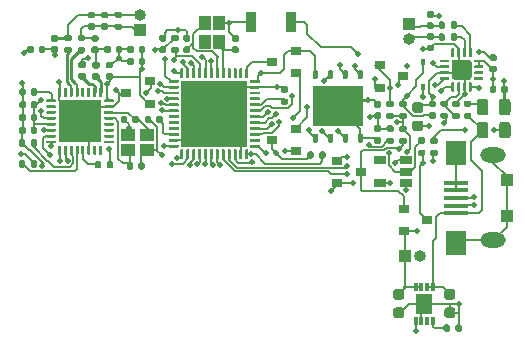
<source format=gbr>
%TF.GenerationSoftware,KiCad,Pcbnew,(5.1.9-0-10_14)*%
%TF.CreationDate,2021-08-08T20:33:52+02:00*%
%TF.ProjectId,Leo_muziekdoos,4c656f5f-6d75-47a6-9965-6b646f6f732e,rev?*%
%TF.SameCoordinates,Original*%
%TF.FileFunction,Copper,L1,Top*%
%TF.FilePolarity,Positive*%
%FSLAX46Y46*%
G04 Gerber Fmt 4.6, Leading zero omitted, Abs format (unit mm)*
G04 Created by KiCad (PCBNEW (5.1.9-0-10_14)) date 2021-08-08 20:33:52*
%MOMM*%
%LPD*%
G01*
G04 APERTURE LIST*
%TA.AperFunction,ComponentPad*%
%ADD10C,0.600000*%
%TD*%
%TA.AperFunction,ComponentPad*%
%ADD11O,1.000000X1.000000*%
%TD*%
%TA.AperFunction,ComponentPad*%
%ADD12R,1.000000X1.000000*%
%TD*%
%TA.AperFunction,SMDPad,CuDef*%
%ADD13R,0.900000X0.800000*%
%TD*%
%TA.AperFunction,SMDPad,CuDef*%
%ADD14R,0.900000X1.700000*%
%TD*%
%TA.AperFunction,SMDPad,CuDef*%
%ADD15R,1.450000X1.750000*%
%TD*%
%TA.AperFunction,SMDPad,CuDef*%
%ADD16R,0.300000X0.750000*%
%TD*%
%TA.AperFunction,SMDPad,CuDef*%
%ADD17R,1.000000X1.000000*%
%TD*%
%TA.AperFunction,SMDPad,CuDef*%
%ADD18R,2.150000X0.400000*%
%TD*%
%TA.AperFunction,ComponentPad*%
%ADD19R,1.800000X2.000000*%
%TD*%
%TA.AperFunction,ComponentPad*%
%ADD20O,2.150000X1.300000*%
%TD*%
%TA.AperFunction,SMDPad,CuDef*%
%ADD21R,1.000000X1.200000*%
%TD*%
%TA.AperFunction,SMDPad,CuDef*%
%ADD22R,1.200000X1.000000*%
%TD*%
%TA.AperFunction,SMDPad,CuDef*%
%ADD23R,4.300000X3.400000*%
%TD*%
%TA.AperFunction,ComponentPad*%
%ADD24C,0.500000*%
%TD*%
%TA.AperFunction,SMDPad,CuDef*%
%ADD25R,3.600000X3.600000*%
%TD*%
%TA.AperFunction,SMDPad,CuDef*%
%ADD26R,5.600000X5.600000*%
%TD*%
%TA.AperFunction,SMDPad,CuDef*%
%ADD27R,1.060000X0.650000*%
%TD*%
%TA.AperFunction,SMDPad,CuDef*%
%ADD28R,0.450000X0.600000*%
%TD*%
%TA.AperFunction,ViaPad*%
%ADD29C,0.500000*%
%TD*%
%TA.AperFunction,Conductor*%
%ADD30C,0.203200*%
%TD*%
%TA.AperFunction,Conductor*%
%ADD31C,0.152400*%
%TD*%
%TA.AperFunction,Conductor*%
%ADD32C,0.250000*%
%TD*%
G04 APERTURE END LIST*
%TO.P,U5,16*%
%TO.N,/CPU/DAC_BCLK*%
%TA.AperFunction,SMDPad,CuDef*%
G36*
G01*
X77932300Y-70369400D02*
X77257300Y-70369400D01*
G75*
G02*
X77194800Y-70306900I0J62500D01*
G01*
X77194800Y-70181900D01*
G75*
G02*
X77257300Y-70119400I62500J0D01*
G01*
X77932300Y-70119400D01*
G75*
G02*
X77994800Y-70181900I0J-62500D01*
G01*
X77994800Y-70306900D01*
G75*
G02*
X77932300Y-70369400I-62500J0D01*
G01*
G37*
%TD.AperFunction*%
%TO.P,U5,15*%
%TO.N,GND*%
%TA.AperFunction,SMDPad,CuDef*%
G36*
G01*
X77932300Y-69869400D02*
X77257300Y-69869400D01*
G75*
G02*
X77194800Y-69806900I0J62500D01*
G01*
X77194800Y-69681900D01*
G75*
G02*
X77257300Y-69619400I62500J0D01*
G01*
X77932300Y-69619400D01*
G75*
G02*
X77994800Y-69681900I0J-62500D01*
G01*
X77994800Y-69806900D01*
G75*
G02*
X77932300Y-69869400I-62500J0D01*
G01*
G37*
%TD.AperFunction*%
%TO.P,U5,14*%
%TO.N,/CPU/DAC_LRCK*%
%TA.AperFunction,SMDPad,CuDef*%
G36*
G01*
X77932300Y-69369400D02*
X77257300Y-69369400D01*
G75*
G02*
X77194800Y-69306900I0J62500D01*
G01*
X77194800Y-69181900D01*
G75*
G02*
X77257300Y-69119400I62500J0D01*
G01*
X77932300Y-69119400D01*
G75*
G02*
X77994800Y-69181900I0J-62500D01*
G01*
X77994800Y-69306900D01*
G75*
G02*
X77932300Y-69369400I-62500J0D01*
G01*
G37*
%TD.AperFunction*%
%TO.P,U5,13*%
%TO.N,N/C*%
%TA.AperFunction,SMDPad,CuDef*%
G36*
G01*
X77932300Y-68869400D02*
X77257300Y-68869400D01*
G75*
G02*
X77194800Y-68806900I0J62500D01*
G01*
X77194800Y-68681900D01*
G75*
G02*
X77257300Y-68619400I62500J0D01*
G01*
X77932300Y-68619400D01*
G75*
G02*
X77994800Y-68681900I0J-62500D01*
G01*
X77994800Y-68806900D01*
G75*
G02*
X77932300Y-68869400I-62500J0D01*
G01*
G37*
%TD.AperFunction*%
%TO.P,U5,12*%
%TA.AperFunction,SMDPad,CuDef*%
G36*
G01*
X78357300Y-68444400D02*
X78232300Y-68444400D01*
G75*
G02*
X78169800Y-68381900I0J62500D01*
G01*
X78169800Y-67706900D01*
G75*
G02*
X78232300Y-67644400I62500J0D01*
G01*
X78357300Y-67644400D01*
G75*
G02*
X78419800Y-67706900I0J-62500D01*
G01*
X78419800Y-68381900D01*
G75*
G02*
X78357300Y-68444400I-62500J0D01*
G01*
G37*
%TD.AperFunction*%
%TO.P,U5,11*%
%TO.N,GND*%
%TA.AperFunction,SMDPad,CuDef*%
G36*
G01*
X78857300Y-68444400D02*
X78732300Y-68444400D01*
G75*
G02*
X78669800Y-68381900I0J62500D01*
G01*
X78669800Y-67706900D01*
G75*
G02*
X78732300Y-67644400I62500J0D01*
G01*
X78857300Y-67644400D01*
G75*
G02*
X78919800Y-67706900I0J-62500D01*
G01*
X78919800Y-68381900D01*
G75*
G02*
X78857300Y-68444400I-62500J0D01*
G01*
G37*
%TD.AperFunction*%
%TO.P,U5,10*%
%TO.N,Net-(R13-Pad2)*%
%TA.AperFunction,SMDPad,CuDef*%
G36*
G01*
X79357300Y-68444400D02*
X79232300Y-68444400D01*
G75*
G02*
X79169800Y-68381900I0J62500D01*
G01*
X79169800Y-67706900D01*
G75*
G02*
X79232300Y-67644400I62500J0D01*
G01*
X79357300Y-67644400D01*
G75*
G02*
X79419800Y-67706900I0J-62500D01*
G01*
X79419800Y-68381900D01*
G75*
G02*
X79357300Y-68444400I-62500J0D01*
G01*
G37*
%TD.AperFunction*%
%TO.P,U5,9*%
%TO.N,Net-(R11-Pad2)*%
%TA.AperFunction,SMDPad,CuDef*%
G36*
G01*
X79857300Y-68444400D02*
X79732300Y-68444400D01*
G75*
G02*
X79669800Y-68381900I0J62500D01*
G01*
X79669800Y-67706900D01*
G75*
G02*
X79732300Y-67644400I62500J0D01*
G01*
X79857300Y-67644400D01*
G75*
G02*
X79919800Y-67706900I0J-62500D01*
G01*
X79919800Y-68381900D01*
G75*
G02*
X79857300Y-68444400I-62500J0D01*
G01*
G37*
%TD.AperFunction*%
%TO.P,U5,8*%
%TO.N,+3V3*%
%TA.AperFunction,SMDPad,CuDef*%
G36*
G01*
X80832300Y-68869400D02*
X80157300Y-68869400D01*
G75*
G02*
X80094800Y-68806900I0J62500D01*
G01*
X80094800Y-68681900D01*
G75*
G02*
X80157300Y-68619400I62500J0D01*
G01*
X80832300Y-68619400D01*
G75*
G02*
X80894800Y-68681900I0J-62500D01*
G01*
X80894800Y-68806900D01*
G75*
G02*
X80832300Y-68869400I-62500J0D01*
G01*
G37*
%TD.AperFunction*%
%TO.P,U5,7*%
%TA.AperFunction,SMDPad,CuDef*%
G36*
G01*
X80832300Y-69369400D02*
X80157300Y-69369400D01*
G75*
G02*
X80094800Y-69306900I0J62500D01*
G01*
X80094800Y-69181900D01*
G75*
G02*
X80157300Y-69119400I62500J0D01*
G01*
X80832300Y-69119400D01*
G75*
G02*
X80894800Y-69181900I0J-62500D01*
G01*
X80894800Y-69306900D01*
G75*
G02*
X80832300Y-69369400I-62500J0D01*
G01*
G37*
%TD.AperFunction*%
%TO.P,U5,6*%
%TO.N,N/C*%
%TA.AperFunction,SMDPad,CuDef*%
G36*
G01*
X80832300Y-69869400D02*
X80157300Y-69869400D01*
G75*
G02*
X80094800Y-69806900I0J62500D01*
G01*
X80094800Y-69681900D01*
G75*
G02*
X80157300Y-69619400I62500J0D01*
G01*
X80832300Y-69619400D01*
G75*
G02*
X80894800Y-69681900I0J-62500D01*
G01*
X80894800Y-69806900D01*
G75*
G02*
X80832300Y-69869400I-62500J0D01*
G01*
G37*
%TD.AperFunction*%
%TO.P,U5,5*%
%TA.AperFunction,SMDPad,CuDef*%
G36*
G01*
X80832300Y-70369400D02*
X80157300Y-70369400D01*
G75*
G02*
X80094800Y-70306900I0J62500D01*
G01*
X80094800Y-70181900D01*
G75*
G02*
X80157300Y-70119400I62500J0D01*
G01*
X80832300Y-70119400D01*
G75*
G02*
X80894800Y-70181900I0J-62500D01*
G01*
X80894800Y-70306900D01*
G75*
G02*
X80832300Y-70369400I-62500J0D01*
G01*
G37*
%TD.AperFunction*%
%TO.P,U5,4*%
%TO.N,/I2S_DAC_AMP/I2S_SD_MODE*%
%TA.AperFunction,SMDPad,CuDef*%
G36*
G01*
X79857300Y-71344400D02*
X79732300Y-71344400D01*
G75*
G02*
X79669800Y-71281900I0J62500D01*
G01*
X79669800Y-70606900D01*
G75*
G02*
X79732300Y-70544400I62500J0D01*
G01*
X79857300Y-70544400D01*
G75*
G02*
X79919800Y-70606900I0J-62500D01*
G01*
X79919800Y-71281900D01*
G75*
G02*
X79857300Y-71344400I-62500J0D01*
G01*
G37*
%TD.AperFunction*%
%TO.P,U5,3*%
%TO.N,GND*%
%TA.AperFunction,SMDPad,CuDef*%
G36*
G01*
X79357300Y-71344400D02*
X79232300Y-71344400D01*
G75*
G02*
X79169800Y-71281900I0J62500D01*
G01*
X79169800Y-70606900D01*
G75*
G02*
X79232300Y-70544400I62500J0D01*
G01*
X79357300Y-70544400D01*
G75*
G02*
X79419800Y-70606900I0J-62500D01*
G01*
X79419800Y-71281900D01*
G75*
G02*
X79357300Y-71344400I-62500J0D01*
G01*
G37*
%TD.AperFunction*%
%TO.P,U5,2*%
%TO.N,/I2S_DAC_AMP/GAIN*%
%TA.AperFunction,SMDPad,CuDef*%
G36*
G01*
X78857300Y-71344400D02*
X78732300Y-71344400D01*
G75*
G02*
X78669800Y-71281900I0J62500D01*
G01*
X78669800Y-70606900D01*
G75*
G02*
X78732300Y-70544400I62500J0D01*
G01*
X78857300Y-70544400D01*
G75*
G02*
X78919800Y-70606900I0J-62500D01*
G01*
X78919800Y-71281900D01*
G75*
G02*
X78857300Y-71344400I-62500J0D01*
G01*
G37*
%TD.AperFunction*%
%TO.P,U5,1*%
%TO.N,/CPU/DAC_DATA*%
%TA.AperFunction,SMDPad,CuDef*%
G36*
G01*
X78357300Y-71344400D02*
X78232300Y-71344400D01*
G75*
G02*
X78169800Y-71281900I0J62500D01*
G01*
X78169800Y-70606900D01*
G75*
G02*
X78232300Y-70544400I62500J0D01*
G01*
X78357300Y-70544400D01*
G75*
G02*
X78419800Y-70606900I0J-62500D01*
G01*
X78419800Y-71281900D01*
G75*
G02*
X78357300Y-71344400I-62500J0D01*
G01*
G37*
%TD.AperFunction*%
D10*
%TO.P,U5,17*%
%TO.N,GND*%
X79594800Y-68944400D03*
X79594800Y-69494400D03*
X79594800Y-70044400D03*
X79044800Y-68944400D03*
X79044800Y-69494400D03*
X79044800Y-70044400D03*
X78494800Y-68944400D03*
X78494800Y-69494400D03*
X78494800Y-70044400D03*
%TA.AperFunction,SMDPad,CuDef*%
G36*
G01*
X79644800Y-70344400D02*
X78444800Y-70344400D01*
G75*
G02*
X78194800Y-70094400I0J250000D01*
G01*
X78194800Y-68894400D01*
G75*
G02*
X78444800Y-68644400I250000J0D01*
G01*
X79644800Y-68644400D01*
G75*
G02*
X79894800Y-68894400I0J-250000D01*
G01*
X79894800Y-70094400D01*
G75*
G02*
X79644800Y-70344400I-250000J0D01*
G01*
G37*
%TD.AperFunction*%
%TD*%
%TO.P,C5,2*%
%TO.N,GND*%
%TA.AperFunction,SMDPad,CuDef*%
G36*
G01*
X75586400Y-73131800D02*
X75086400Y-73131800D01*
G75*
G02*
X74861400Y-72906800I0J225000D01*
G01*
X74861400Y-72456800D01*
G75*
G02*
X75086400Y-72231800I225000J0D01*
G01*
X75586400Y-72231800D01*
G75*
G02*
X75811400Y-72456800I0J-225000D01*
G01*
X75811400Y-72906800D01*
G75*
G02*
X75586400Y-73131800I-225000J0D01*
G01*
G37*
%TD.AperFunction*%
%TO.P,C5,1*%
%TO.N,+3V3*%
%TA.AperFunction,SMDPad,CuDef*%
G36*
G01*
X75586400Y-74681800D02*
X75086400Y-74681800D01*
G75*
G02*
X74861400Y-74456800I0J225000D01*
G01*
X74861400Y-74006800D01*
G75*
G02*
X75086400Y-73781800I225000J0D01*
G01*
X75586400Y-73781800D01*
G75*
G02*
X75811400Y-74006800I0J-225000D01*
G01*
X75811400Y-74456800D01*
G75*
G02*
X75586400Y-74681800I-225000J0D01*
G01*
G37*
%TD.AperFunction*%
%TD*%
%TO.P,C3,2*%
%TO.N,GND*%
%TA.AperFunction,SMDPad,CuDef*%
G36*
G01*
X73473500Y-89606000D02*
X73973500Y-89606000D01*
G75*
G02*
X74198500Y-89831000I0J-225000D01*
G01*
X74198500Y-90281000D01*
G75*
G02*
X73973500Y-90506000I-225000J0D01*
G01*
X73473500Y-90506000D01*
G75*
G02*
X73248500Y-90281000I0J225000D01*
G01*
X73248500Y-89831000D01*
G75*
G02*
X73473500Y-89606000I225000J0D01*
G01*
G37*
%TD.AperFunction*%
%TO.P,C3,1*%
%TO.N,+BATT*%
%TA.AperFunction,SMDPad,CuDef*%
G36*
G01*
X73473500Y-88056000D02*
X73973500Y-88056000D01*
G75*
G02*
X74198500Y-88281000I0J-225000D01*
G01*
X74198500Y-88731000D01*
G75*
G02*
X73973500Y-88956000I-225000J0D01*
G01*
X73473500Y-88956000D01*
G75*
G02*
X73248500Y-88731000I0J225000D01*
G01*
X73248500Y-88281000D01*
G75*
G02*
X73473500Y-88056000I225000J0D01*
G01*
G37*
%TD.AperFunction*%
%TD*%
%TO.P,C1,2*%
%TO.N,GND*%
%TA.AperFunction,SMDPad,CuDef*%
G36*
G01*
X77804200Y-89606000D02*
X78304200Y-89606000D01*
G75*
G02*
X78529200Y-89831000I0J-225000D01*
G01*
X78529200Y-90281000D01*
G75*
G02*
X78304200Y-90506000I-225000J0D01*
G01*
X77804200Y-90506000D01*
G75*
G02*
X77579200Y-90281000I0J225000D01*
G01*
X77579200Y-89831000D01*
G75*
G02*
X77804200Y-89606000I225000J0D01*
G01*
G37*
%TD.AperFunction*%
%TO.P,C1,1*%
%TO.N,VBUS*%
%TA.AperFunction,SMDPad,CuDef*%
G36*
G01*
X77804200Y-88056000D02*
X78304200Y-88056000D01*
G75*
G02*
X78529200Y-88281000I0J-225000D01*
G01*
X78529200Y-88731000D01*
G75*
G02*
X78304200Y-88956000I-225000J0D01*
G01*
X77804200Y-88956000D01*
G75*
G02*
X77579200Y-88731000I0J225000D01*
G01*
X77579200Y-88281000D01*
G75*
G02*
X77804200Y-88056000I225000J0D01*
G01*
G37*
%TD.AperFunction*%
%TD*%
%TO.P,C4,2*%
%TO.N,GND*%
%TA.AperFunction,SMDPad,CuDef*%
G36*
G01*
X76751000Y-72672600D02*
X76411000Y-72672600D01*
G75*
G02*
X76271000Y-72532600I0J140000D01*
G01*
X76271000Y-72252600D01*
G75*
G02*
X76411000Y-72112600I140000J0D01*
G01*
X76751000Y-72112600D01*
G75*
G02*
X76891000Y-72252600I0J-140000D01*
G01*
X76891000Y-72532600D01*
G75*
G02*
X76751000Y-72672600I-140000J0D01*
G01*
G37*
%TD.AperFunction*%
%TO.P,C4,1*%
%TO.N,/Power/PSU_BTN_RAW*%
%TA.AperFunction,SMDPad,CuDef*%
G36*
G01*
X76751000Y-73632600D02*
X76411000Y-73632600D01*
G75*
G02*
X76271000Y-73492600I0J140000D01*
G01*
X76271000Y-73212600D01*
G75*
G02*
X76411000Y-73072600I140000J0D01*
G01*
X76751000Y-73072600D01*
G75*
G02*
X76891000Y-73212600I0J-140000D01*
G01*
X76891000Y-73492600D01*
G75*
G02*
X76751000Y-73632600I-140000J0D01*
G01*
G37*
%TD.AperFunction*%
%TD*%
D11*
%TO.P,J4,2*%
%TO.N,Net-(C23-Pad2)*%
X51816000Y-64820800D03*
D12*
%TO.P,J4,1*%
%TO.N,Net-(C20-Pad2)*%
X51816000Y-66090800D03*
%TD*%
D11*
%TO.P,J3,2*%
%TO.N,/I2S_DAC_AMP/SPK_OUT-*%
X74625200Y-66903600D03*
D12*
%TO.P,J3,1*%
%TO.N,/I2S_DAC_AMP/SPKOUT+*%
X74625200Y-65633600D03*
%TD*%
D11*
%TO.P,J1,2*%
%TO.N,GND*%
X75501500Y-85280500D03*
D12*
%TO.P,J1,1*%
%TO.N,+BATT*%
X74231500Y-85280500D03*
%TD*%
D13*
%TO.P,U8,3*%
%TO.N,GND*%
X50663600Y-71424800D03*
%TO.P,U8,2*%
%TO.N,/CPU/HALL_OUT*%
X52663600Y-70474800D03*
%TO.P,U8,1*%
%TO.N,+3V3*%
X52663600Y-72374800D03*
%TD*%
%TO.P,C2,2*%
%TO.N,GND*%
%TA.AperFunction,SMDPad,CuDef*%
G36*
G01*
X72102800Y-72698000D02*
X71762800Y-72698000D01*
G75*
G02*
X71622800Y-72558000I0J140000D01*
G01*
X71622800Y-72278000D01*
G75*
G02*
X71762800Y-72138000I140000J0D01*
G01*
X72102800Y-72138000D01*
G75*
G02*
X72242800Y-72278000I0J-140000D01*
G01*
X72242800Y-72558000D01*
G75*
G02*
X72102800Y-72698000I-140000J0D01*
G01*
G37*
%TD.AperFunction*%
%TO.P,C2,1*%
%TO.N,/CPU/ADC1_IN2*%
%TA.AperFunction,SMDPad,CuDef*%
G36*
G01*
X72102800Y-73658000D02*
X71762800Y-73658000D01*
G75*
G02*
X71622800Y-73518000I0J140000D01*
G01*
X71622800Y-73238000D01*
G75*
G02*
X71762800Y-73098000I140000J0D01*
G01*
X72102800Y-73098000D01*
G75*
G02*
X72242800Y-73238000I0J-140000D01*
G01*
X72242800Y-73518000D01*
G75*
G02*
X72102800Y-73658000I-140000J0D01*
G01*
G37*
%TD.AperFunction*%
%TD*%
D14*
%TO.P,SW1,2*%
%TO.N,/Power/PSU_BTN_RAW*%
X64590400Y-65405000D03*
%TO.P,SW1,1*%
%TO.N,GND*%
X61190400Y-65405000D03*
%TD*%
D15*
%TO.P,U1,9*%
%TO.N,GND*%
X75895200Y-89331800D03*
D16*
%TO.P,U1,8*%
%TO.N,/Power/CHG_PROG*%
X76645200Y-90781800D03*
%TO.P,U1,7*%
%TO.N,Net-(U1-Pad7)*%
X76145200Y-90781800D03*
%TO.P,U1,6*%
%TO.N,GND*%
X75645200Y-90781800D03*
%TO.P,U1,5*%
%TO.N,Net-(R5-Pad2)*%
X75145200Y-90781800D03*
%TO.P,U1,4*%
%TO.N,+BATT*%
X75145200Y-87881800D03*
%TO.P,U1,3*%
X75645200Y-87881800D03*
%TO.P,U1,2*%
%TO.N,VBUS*%
X76145200Y-87881800D03*
%TO.P,U1,1*%
X76645200Y-87881800D03*
%TD*%
%TO.P,C15,2*%
%TO.N,GND*%
%TA.AperFunction,SMDPad,CuDef*%
G36*
G01*
X42154500Y-71204000D02*
X42154500Y-71544000D01*
G75*
G02*
X42014500Y-71684000I-140000J0D01*
G01*
X41734500Y-71684000D01*
G75*
G02*
X41594500Y-71544000I0J140000D01*
G01*
X41594500Y-71204000D01*
G75*
G02*
X41734500Y-71064000I140000J0D01*
G01*
X42014500Y-71064000D01*
G75*
G02*
X42154500Y-71204000I0J-140000D01*
G01*
G37*
%TD.AperFunction*%
%TO.P,C15,1*%
%TO.N,Net-(C15-Pad1)*%
%TA.AperFunction,SMDPad,CuDef*%
G36*
G01*
X43114500Y-71204000D02*
X43114500Y-71544000D01*
G75*
G02*
X42974500Y-71684000I-140000J0D01*
G01*
X42694500Y-71684000D01*
G75*
G02*
X42554500Y-71544000I0J140000D01*
G01*
X42554500Y-71204000D01*
G75*
G02*
X42694500Y-71064000I140000J0D01*
G01*
X42974500Y-71064000D01*
G75*
G02*
X43114500Y-71204000I0J-140000D01*
G01*
G37*
%TD.AperFunction*%
%TD*%
%TO.P,C14,2*%
%TO.N,GND*%
%TA.AperFunction,SMDPad,CuDef*%
G36*
G01*
X42154500Y-74442500D02*
X42154500Y-74782500D01*
G75*
G02*
X42014500Y-74922500I-140000J0D01*
G01*
X41734500Y-74922500D01*
G75*
G02*
X41594500Y-74782500I0J140000D01*
G01*
X41594500Y-74442500D01*
G75*
G02*
X41734500Y-74302500I140000J0D01*
G01*
X42014500Y-74302500D01*
G75*
G02*
X42154500Y-74442500I0J-140000D01*
G01*
G37*
%TD.AperFunction*%
%TO.P,C14,1*%
%TO.N,+3V3*%
%TA.AperFunction,SMDPad,CuDef*%
G36*
G01*
X43114500Y-74442500D02*
X43114500Y-74782500D01*
G75*
G02*
X42974500Y-74922500I-140000J0D01*
G01*
X42694500Y-74922500D01*
G75*
G02*
X42554500Y-74782500I0J140000D01*
G01*
X42554500Y-74442500D01*
G75*
G02*
X42694500Y-74302500I140000J0D01*
G01*
X42974500Y-74302500D01*
G75*
G02*
X43114500Y-74442500I0J-140000D01*
G01*
G37*
%TD.AperFunction*%
%TD*%
%TO.P,C13,2*%
%TO.N,GND*%
%TA.AperFunction,SMDPad,CuDef*%
G36*
G01*
X42154500Y-73363000D02*
X42154500Y-73703000D01*
G75*
G02*
X42014500Y-73843000I-140000J0D01*
G01*
X41734500Y-73843000D01*
G75*
G02*
X41594500Y-73703000I0J140000D01*
G01*
X41594500Y-73363000D01*
G75*
G02*
X41734500Y-73223000I140000J0D01*
G01*
X42014500Y-73223000D01*
G75*
G02*
X42154500Y-73363000I0J-140000D01*
G01*
G37*
%TD.AperFunction*%
%TO.P,C13,1*%
%TO.N,+3V3*%
%TA.AperFunction,SMDPad,CuDef*%
G36*
G01*
X43114500Y-73363000D02*
X43114500Y-73703000D01*
G75*
G02*
X42974500Y-73843000I-140000J0D01*
G01*
X42694500Y-73843000D01*
G75*
G02*
X42554500Y-73703000I0J140000D01*
G01*
X42554500Y-73363000D01*
G75*
G02*
X42694500Y-73223000I140000J0D01*
G01*
X42974500Y-73223000D01*
G75*
G02*
X43114500Y-73363000I0J-140000D01*
G01*
G37*
%TD.AperFunction*%
%TD*%
%TO.P,C12,2*%
%TO.N,GND*%
%TA.AperFunction,SMDPad,CuDef*%
G36*
G01*
X42154500Y-72283500D02*
X42154500Y-72623500D01*
G75*
G02*
X42014500Y-72763500I-140000J0D01*
G01*
X41734500Y-72763500D01*
G75*
G02*
X41594500Y-72623500I0J140000D01*
G01*
X41594500Y-72283500D01*
G75*
G02*
X41734500Y-72143500I140000J0D01*
G01*
X42014500Y-72143500D01*
G75*
G02*
X42154500Y-72283500I0J-140000D01*
G01*
G37*
%TD.AperFunction*%
%TO.P,C12,1*%
%TO.N,+3V3*%
%TA.AperFunction,SMDPad,CuDef*%
G36*
G01*
X43114500Y-72283500D02*
X43114500Y-72623500D01*
G75*
G02*
X42974500Y-72763500I-140000J0D01*
G01*
X42694500Y-72763500D01*
G75*
G02*
X42554500Y-72623500I0J140000D01*
G01*
X42554500Y-72283500D01*
G75*
G02*
X42694500Y-72143500I140000J0D01*
G01*
X42974500Y-72143500D01*
G75*
G02*
X43114500Y-72283500I0J-140000D01*
G01*
G37*
%TD.AperFunction*%
%TD*%
%TO.P,R11,2*%
%TO.N,Net-(R11-Pad2)*%
%TA.AperFunction,SMDPad,CuDef*%
G36*
G01*
X78116400Y-65894800D02*
X78116400Y-65524800D01*
G75*
G02*
X78251400Y-65389800I135000J0D01*
G01*
X78521400Y-65389800D01*
G75*
G02*
X78656400Y-65524800I0J-135000D01*
G01*
X78656400Y-65894800D01*
G75*
G02*
X78521400Y-66029800I-135000J0D01*
G01*
X78251400Y-66029800D01*
G75*
G02*
X78116400Y-65894800I0J135000D01*
G01*
G37*
%TD.AperFunction*%
%TO.P,R11,1*%
%TO.N,/I2S_DAC_AMP/SPKOUT+*%
%TA.AperFunction,SMDPad,CuDef*%
G36*
G01*
X77096400Y-65894800D02*
X77096400Y-65524800D01*
G75*
G02*
X77231400Y-65389800I135000J0D01*
G01*
X77501400Y-65389800D01*
G75*
G02*
X77636400Y-65524800I0J-135000D01*
G01*
X77636400Y-65894800D01*
G75*
G02*
X77501400Y-66029800I-135000J0D01*
G01*
X77231400Y-66029800D01*
G75*
G02*
X77096400Y-65894800I0J135000D01*
G01*
G37*
%TD.AperFunction*%
%TD*%
D17*
%TO.P,J2,SH*%
%TO.N,GND*%
X82861800Y-81840200D03*
D18*
%TO.P,J2,1*%
%TO.N,VBUS*%
X78551800Y-81640200D03*
D19*
%TO.P,J2,SH*%
%TO.N,GND*%
X78551800Y-84140200D03*
D20*
X81711800Y-83940200D03*
D19*
X78551800Y-76540200D03*
D20*
X81711800Y-76740200D03*
D17*
X82861800Y-78840200D03*
D18*
%TO.P,J2,2*%
%TO.N,/CPU/USB_D-*%
X78551800Y-80990200D03*
%TO.P,J2,3*%
%TO.N,/CPU/USB_D+*%
X78551800Y-80340200D03*
%TO.P,J2,4*%
%TO.N,GND*%
X78551800Y-79690200D03*
%TO.P,J2,5*%
X78551800Y-79040200D03*
%TD*%
%TO.P,R20,2*%
%TO.N,Net-(C23-Pad2)*%
%TA.AperFunction,SMDPad,CuDef*%
G36*
G01*
X50159500Y-65101500D02*
X49789500Y-65101500D01*
G75*
G02*
X49654500Y-64966500I0J135000D01*
G01*
X49654500Y-64696500D01*
G75*
G02*
X49789500Y-64561500I135000J0D01*
G01*
X50159500Y-64561500D01*
G75*
G02*
X50294500Y-64696500I0J-135000D01*
G01*
X50294500Y-64966500D01*
G75*
G02*
X50159500Y-65101500I-135000J0D01*
G01*
G37*
%TD.AperFunction*%
%TO.P,R20,1*%
%TO.N,Net-(C20-Pad2)*%
%TA.AperFunction,SMDPad,CuDef*%
G36*
G01*
X50159500Y-66121500D02*
X49789500Y-66121500D01*
G75*
G02*
X49654500Y-65986500I0J135000D01*
G01*
X49654500Y-65716500D01*
G75*
G02*
X49789500Y-65581500I135000J0D01*
G01*
X50159500Y-65581500D01*
G75*
G02*
X50294500Y-65716500I0J-135000D01*
G01*
X50294500Y-65986500D01*
G75*
G02*
X50159500Y-66121500I-135000J0D01*
G01*
G37*
%TD.AperFunction*%
%TD*%
%TO.P,R19,2*%
%TO.N,Net-(R19-Pad2)*%
%TA.AperFunction,SMDPad,CuDef*%
G36*
G01*
X45535000Y-67550000D02*
X45905000Y-67550000D01*
G75*
G02*
X46040000Y-67685000I0J-135000D01*
G01*
X46040000Y-67955000D01*
G75*
G02*
X45905000Y-68090000I-135000J0D01*
G01*
X45535000Y-68090000D01*
G75*
G02*
X45400000Y-67955000I0J135000D01*
G01*
X45400000Y-67685000D01*
G75*
G02*
X45535000Y-67550000I135000J0D01*
G01*
G37*
%TD.AperFunction*%
%TO.P,R19,1*%
%TO.N,Net-(C23-Pad2)*%
%TA.AperFunction,SMDPad,CuDef*%
G36*
G01*
X45535000Y-66530000D02*
X45905000Y-66530000D01*
G75*
G02*
X46040000Y-66665000I0J-135000D01*
G01*
X46040000Y-66935000D01*
G75*
G02*
X45905000Y-67070000I-135000J0D01*
G01*
X45535000Y-67070000D01*
G75*
G02*
X45400000Y-66935000I0J135000D01*
G01*
X45400000Y-66665000D01*
G75*
G02*
X45535000Y-66530000I135000J0D01*
G01*
G37*
%TD.AperFunction*%
%TD*%
%TO.P,R18,2*%
%TO.N,Net-(R18-Pad2)*%
%TA.AperFunction,SMDPad,CuDef*%
G36*
G01*
X46678000Y-67550000D02*
X47048000Y-67550000D01*
G75*
G02*
X47183000Y-67685000I0J-135000D01*
G01*
X47183000Y-67955000D01*
G75*
G02*
X47048000Y-68090000I-135000J0D01*
G01*
X46678000Y-68090000D01*
G75*
G02*
X46543000Y-67955000I0J135000D01*
G01*
X46543000Y-67685000D01*
G75*
G02*
X46678000Y-67550000I135000J0D01*
G01*
G37*
%TD.AperFunction*%
%TO.P,R18,1*%
%TO.N,Net-(C20-Pad2)*%
%TA.AperFunction,SMDPad,CuDef*%
G36*
G01*
X46678000Y-66530000D02*
X47048000Y-66530000D01*
G75*
G02*
X47183000Y-66665000I0J-135000D01*
G01*
X47183000Y-66935000D01*
G75*
G02*
X47048000Y-67070000I-135000J0D01*
G01*
X46678000Y-67070000D01*
G75*
G02*
X46543000Y-66935000I0J135000D01*
G01*
X46543000Y-66665000D01*
G75*
G02*
X46678000Y-66530000I135000J0D01*
G01*
G37*
%TD.AperFunction*%
%TD*%
%TO.P,L2,2*%
%TO.N,Net-(L2-Pad2)*%
%TA.AperFunction,SMDPad,CuDef*%
G36*
G01*
X46754000Y-69735200D02*
X47099000Y-69735200D01*
G75*
G02*
X47246500Y-69882700I0J-147500D01*
G01*
X47246500Y-70177700D01*
G75*
G02*
X47099000Y-70325200I-147500J0D01*
G01*
X46754000Y-70325200D01*
G75*
G02*
X46606500Y-70177700I0J147500D01*
G01*
X46606500Y-69882700D01*
G75*
G02*
X46754000Y-69735200I147500J0D01*
G01*
G37*
%TD.AperFunction*%
%TO.P,L2,1*%
%TO.N,Net-(C17-Pad2)*%
%TA.AperFunction,SMDPad,CuDef*%
G36*
G01*
X46754000Y-68765200D02*
X47099000Y-68765200D01*
G75*
G02*
X47246500Y-68912700I0J-147500D01*
G01*
X47246500Y-69207700D01*
G75*
G02*
X47099000Y-69355200I-147500J0D01*
G01*
X46754000Y-69355200D01*
G75*
G02*
X46606500Y-69207700I0J147500D01*
G01*
X46606500Y-68912700D01*
G75*
G02*
X46754000Y-68765200I147500J0D01*
G01*
G37*
%TD.AperFunction*%
%TD*%
%TO.P,L1,2*%
%TO.N,Net-(L1-Pad2)*%
%TA.AperFunction,SMDPad,CuDef*%
G36*
G01*
X47897000Y-69773300D02*
X48242000Y-69773300D01*
G75*
G02*
X48389500Y-69920800I0J-147500D01*
G01*
X48389500Y-70215800D01*
G75*
G02*
X48242000Y-70363300I-147500J0D01*
G01*
X47897000Y-70363300D01*
G75*
G02*
X47749500Y-70215800I0J147500D01*
G01*
X47749500Y-69920800D01*
G75*
G02*
X47897000Y-69773300I147500J0D01*
G01*
G37*
%TD.AperFunction*%
%TO.P,L1,1*%
%TO.N,Net-(C16-Pad1)*%
%TA.AperFunction,SMDPad,CuDef*%
G36*
G01*
X47897000Y-68803300D02*
X48242000Y-68803300D01*
G75*
G02*
X48389500Y-68950800I0J-147500D01*
G01*
X48389500Y-69245800D01*
G75*
G02*
X48242000Y-69393300I-147500J0D01*
G01*
X47897000Y-69393300D01*
G75*
G02*
X47749500Y-69245800I0J147500D01*
G01*
X47749500Y-68950800D01*
G75*
G02*
X47897000Y-68803300I147500J0D01*
G01*
G37*
%TD.AperFunction*%
%TD*%
%TO.P,C25,2*%
%TO.N,Net-(C23-Pad2)*%
%TA.AperFunction,SMDPad,CuDef*%
G36*
G01*
X49001500Y-65141500D02*
X48661500Y-65141500D01*
G75*
G02*
X48521500Y-65001500I0J140000D01*
G01*
X48521500Y-64721500D01*
G75*
G02*
X48661500Y-64581500I140000J0D01*
G01*
X49001500Y-64581500D01*
G75*
G02*
X49141500Y-64721500I0J-140000D01*
G01*
X49141500Y-65001500D01*
G75*
G02*
X49001500Y-65141500I-140000J0D01*
G01*
G37*
%TD.AperFunction*%
%TO.P,C25,1*%
%TO.N,Net-(C20-Pad2)*%
%TA.AperFunction,SMDPad,CuDef*%
G36*
G01*
X49001500Y-66101500D02*
X48661500Y-66101500D01*
G75*
G02*
X48521500Y-65961500I0J140000D01*
G01*
X48521500Y-65681500D01*
G75*
G02*
X48661500Y-65541500I140000J0D01*
G01*
X49001500Y-65541500D01*
G75*
G02*
X49141500Y-65681500I0J-140000D01*
G01*
X49141500Y-65961500D01*
G75*
G02*
X49001500Y-66101500I-140000J0D01*
G01*
G37*
%TD.AperFunction*%
%TD*%
%TO.P,C24,2*%
%TO.N,Net-(C23-Pad2)*%
%TA.AperFunction,SMDPad,CuDef*%
G36*
G01*
X47858500Y-65141500D02*
X47518500Y-65141500D01*
G75*
G02*
X47378500Y-65001500I0J140000D01*
G01*
X47378500Y-64721500D01*
G75*
G02*
X47518500Y-64581500I140000J0D01*
G01*
X47858500Y-64581500D01*
G75*
G02*
X47998500Y-64721500I0J-140000D01*
G01*
X47998500Y-65001500D01*
G75*
G02*
X47858500Y-65141500I-140000J0D01*
G01*
G37*
%TD.AperFunction*%
%TO.P,C24,1*%
%TO.N,Net-(C20-Pad2)*%
%TA.AperFunction,SMDPad,CuDef*%
G36*
G01*
X47858500Y-66101500D02*
X47518500Y-66101500D01*
G75*
G02*
X47378500Y-65961500I0J140000D01*
G01*
X47378500Y-65681500D01*
G75*
G02*
X47518500Y-65541500I140000J0D01*
G01*
X47858500Y-65541500D01*
G75*
G02*
X47998500Y-65681500I0J-140000D01*
G01*
X47998500Y-65961500D01*
G75*
G02*
X47858500Y-66101500I-140000J0D01*
G01*
G37*
%TD.AperFunction*%
%TD*%
%TO.P,C23,2*%
%TO.N,Net-(C23-Pad2)*%
%TA.AperFunction,SMDPad,CuDef*%
G36*
G01*
X44747000Y-67110000D02*
X44407000Y-67110000D01*
G75*
G02*
X44267000Y-66970000I0J140000D01*
G01*
X44267000Y-66690000D01*
G75*
G02*
X44407000Y-66550000I140000J0D01*
G01*
X44747000Y-66550000D01*
G75*
G02*
X44887000Y-66690000I0J-140000D01*
G01*
X44887000Y-66970000D01*
G75*
G02*
X44747000Y-67110000I-140000J0D01*
G01*
G37*
%TD.AperFunction*%
%TO.P,C23,1*%
%TO.N,Net-(C17-Pad2)*%
%TA.AperFunction,SMDPad,CuDef*%
G36*
G01*
X44747000Y-68070000D02*
X44407000Y-68070000D01*
G75*
G02*
X44267000Y-67930000I0J140000D01*
G01*
X44267000Y-67650000D01*
G75*
G02*
X44407000Y-67510000I140000J0D01*
G01*
X44747000Y-67510000D01*
G75*
G02*
X44887000Y-67650000I0J-140000D01*
G01*
X44887000Y-67930000D01*
G75*
G02*
X44747000Y-68070000I-140000J0D01*
G01*
G37*
%TD.AperFunction*%
%TD*%
%TO.P,C20,2*%
%TO.N,Net-(C20-Pad2)*%
%TA.AperFunction,SMDPad,CuDef*%
G36*
G01*
X48176000Y-67110000D02*
X47836000Y-67110000D01*
G75*
G02*
X47696000Y-66970000I0J140000D01*
G01*
X47696000Y-66690000D01*
G75*
G02*
X47836000Y-66550000I140000J0D01*
G01*
X48176000Y-66550000D01*
G75*
G02*
X48316000Y-66690000I0J-140000D01*
G01*
X48316000Y-66970000D01*
G75*
G02*
X48176000Y-67110000I-140000J0D01*
G01*
G37*
%TD.AperFunction*%
%TO.P,C20,1*%
%TO.N,Net-(C16-Pad1)*%
%TA.AperFunction,SMDPad,CuDef*%
G36*
G01*
X48176000Y-68070000D02*
X47836000Y-68070000D01*
G75*
G02*
X47696000Y-67930000I0J140000D01*
G01*
X47696000Y-67650000D01*
G75*
G02*
X47836000Y-67510000I140000J0D01*
G01*
X48176000Y-67510000D01*
G75*
G02*
X48316000Y-67650000I0J-140000D01*
G01*
X48316000Y-67930000D01*
G75*
G02*
X48176000Y-68070000I-140000J0D01*
G01*
G37*
%TD.AperFunction*%
%TD*%
%TO.P,C17,2*%
%TO.N,Net-(C17-Pad2)*%
%TA.AperFunction,SMDPad,CuDef*%
G36*
G01*
X43227600Y-67937200D02*
X43227600Y-67597200D01*
G75*
G02*
X43367600Y-67457200I140000J0D01*
G01*
X43647600Y-67457200D01*
G75*
G02*
X43787600Y-67597200I0J-140000D01*
G01*
X43787600Y-67937200D01*
G75*
G02*
X43647600Y-68077200I-140000J0D01*
G01*
X43367600Y-68077200D01*
G75*
G02*
X43227600Y-67937200I0J140000D01*
G01*
G37*
%TD.AperFunction*%
%TO.P,C17,1*%
%TO.N,GND*%
%TA.AperFunction,SMDPad,CuDef*%
G36*
G01*
X42267600Y-67937200D02*
X42267600Y-67597200D01*
G75*
G02*
X42407600Y-67457200I140000J0D01*
G01*
X42687600Y-67457200D01*
G75*
G02*
X42827600Y-67597200I0J-140000D01*
G01*
X42827600Y-67937200D01*
G75*
G02*
X42687600Y-68077200I-140000J0D01*
G01*
X42407600Y-68077200D01*
G75*
G02*
X42267600Y-67937200I0J140000D01*
G01*
G37*
%TD.AperFunction*%
%TD*%
%TO.P,C16,2*%
%TO.N,GND*%
%TA.AperFunction,SMDPad,CuDef*%
G36*
G01*
X49755400Y-67937200D02*
X49755400Y-67597200D01*
G75*
G02*
X49895400Y-67457200I140000J0D01*
G01*
X50175400Y-67457200D01*
G75*
G02*
X50315400Y-67597200I0J-140000D01*
G01*
X50315400Y-67937200D01*
G75*
G02*
X50175400Y-68077200I-140000J0D01*
G01*
X49895400Y-68077200D01*
G75*
G02*
X49755400Y-67937200I0J140000D01*
G01*
G37*
%TD.AperFunction*%
%TO.P,C16,1*%
%TO.N,Net-(C16-Pad1)*%
%TA.AperFunction,SMDPad,CuDef*%
G36*
G01*
X48795400Y-67937200D02*
X48795400Y-67597200D01*
G75*
G02*
X48935400Y-67457200I140000J0D01*
G01*
X49215400Y-67457200D01*
G75*
G02*
X49355400Y-67597200I0J-140000D01*
G01*
X49355400Y-67937200D01*
G75*
G02*
X49215400Y-68077200I-140000J0D01*
G01*
X48935400Y-68077200D01*
G75*
G02*
X48795400Y-67937200I0J140000D01*
G01*
G37*
%TD.AperFunction*%
%TD*%
%TO.P,R13,2*%
%TO.N,Net-(R13-Pad2)*%
%TA.AperFunction,SMDPad,CuDef*%
G36*
G01*
X78116400Y-66910800D02*
X78116400Y-66540800D01*
G75*
G02*
X78251400Y-66405800I135000J0D01*
G01*
X78521400Y-66405800D01*
G75*
G02*
X78656400Y-66540800I0J-135000D01*
G01*
X78656400Y-66910800D01*
G75*
G02*
X78521400Y-67045800I-135000J0D01*
G01*
X78251400Y-67045800D01*
G75*
G02*
X78116400Y-66910800I0J135000D01*
G01*
G37*
%TD.AperFunction*%
%TO.P,R13,1*%
%TO.N,/I2S_DAC_AMP/SPK_OUT-*%
%TA.AperFunction,SMDPad,CuDef*%
G36*
G01*
X77096400Y-66910800D02*
X77096400Y-66540800D01*
G75*
G02*
X77231400Y-66405800I135000J0D01*
G01*
X77501400Y-66405800D01*
G75*
G02*
X77636400Y-66540800I0J-135000D01*
G01*
X77636400Y-66910800D01*
G75*
G02*
X77501400Y-67045800I-135000J0D01*
G01*
X77231400Y-67045800D01*
G75*
G02*
X77096400Y-66910800I0J135000D01*
G01*
G37*
%TD.AperFunction*%
%TD*%
D21*
%TO.P,Y2,4*%
%TO.N,GND*%
X58502400Y-65494000D03*
%TO.P,Y2,3*%
%TO.N,/CPU/HS_OSC0*%
X58502400Y-67094000D03*
%TO.P,Y2,2*%
%TO.N,GND*%
X57302400Y-67094000D03*
%TO.P,Y2,1*%
%TO.N,/CPU/HS_OSC1*%
X57302400Y-65494000D03*
%TD*%
D22*
%TO.P,Y1,4*%
%TO.N,GND*%
X50812800Y-75041200D03*
%TO.P,Y1,3*%
%TO.N,Net-(C7-Pad1)*%
X52412800Y-75041200D03*
%TO.P,Y1,2*%
%TO.N,GND*%
X52412800Y-76241200D03*
%TO.P,Y1,1*%
%TO.N,Net-(C6-Pad2)*%
X50812800Y-76241200D03*
%TD*%
D23*
%TO.P,U6,9*%
%TO.N,GND*%
X68580000Y-72593200D03*
%TO.P,U6,8*%
%TO.N,+3V3*%
%TA.AperFunction,SMDPad,CuDef*%
G36*
G01*
X66800000Y-70268200D02*
X66550000Y-70268200D01*
G75*
G02*
X66425000Y-70143200I0J125000D01*
G01*
X66425000Y-69643200D01*
G75*
G02*
X66550000Y-69518200I125000J0D01*
G01*
X66800000Y-69518200D01*
G75*
G02*
X66925000Y-69643200I0J-125000D01*
G01*
X66925000Y-70143200D01*
G75*
G02*
X66800000Y-70268200I-125000J0D01*
G01*
G37*
%TD.AperFunction*%
%TO.P,U6,7*%
%TO.N,/CPU/SDIO_D3*%
%TA.AperFunction,SMDPad,CuDef*%
G36*
G01*
X68070000Y-70268200D02*
X67820000Y-70268200D01*
G75*
G02*
X67695000Y-70143200I0J125000D01*
G01*
X67695000Y-69643200D01*
G75*
G02*
X67820000Y-69518200I125000J0D01*
G01*
X68070000Y-69518200D01*
G75*
G02*
X68195000Y-69643200I0J-125000D01*
G01*
X68195000Y-70143200D01*
G75*
G02*
X68070000Y-70268200I-125000J0D01*
G01*
G37*
%TD.AperFunction*%
%TO.P,U6,6*%
%TO.N,/CPU/SDIO_CLK*%
%TA.AperFunction,SMDPad,CuDef*%
G36*
G01*
X69340000Y-70268200D02*
X69090000Y-70268200D01*
G75*
G02*
X68965000Y-70143200I0J125000D01*
G01*
X68965000Y-69643200D01*
G75*
G02*
X69090000Y-69518200I125000J0D01*
G01*
X69340000Y-69518200D01*
G75*
G02*
X69465000Y-69643200I0J-125000D01*
G01*
X69465000Y-70143200D01*
G75*
G02*
X69340000Y-70268200I-125000J0D01*
G01*
G37*
%TD.AperFunction*%
%TO.P,U6,5*%
%TO.N,/CPU/SDIO_D0*%
%TA.AperFunction,SMDPad,CuDef*%
G36*
G01*
X70610000Y-70268200D02*
X70360000Y-70268200D01*
G75*
G02*
X70235000Y-70143200I0J125000D01*
G01*
X70235000Y-69643200D01*
G75*
G02*
X70360000Y-69518200I125000J0D01*
G01*
X70610000Y-69518200D01*
G75*
G02*
X70735000Y-69643200I0J-125000D01*
G01*
X70735000Y-70143200D01*
G75*
G02*
X70610000Y-70268200I-125000J0D01*
G01*
G37*
%TD.AperFunction*%
%TO.P,U6,4*%
%TO.N,GND*%
%TA.AperFunction,SMDPad,CuDef*%
G36*
G01*
X70610000Y-75668200D02*
X70360000Y-75668200D01*
G75*
G02*
X70235000Y-75543200I0J125000D01*
G01*
X70235000Y-75043200D01*
G75*
G02*
X70360000Y-74918200I125000J0D01*
G01*
X70610000Y-74918200D01*
G75*
G02*
X70735000Y-75043200I0J-125000D01*
G01*
X70735000Y-75543200D01*
G75*
G02*
X70610000Y-75668200I-125000J0D01*
G01*
G37*
%TD.AperFunction*%
%TO.P,U6,3*%
%TO.N,/CPU/SDIO_D2*%
%TA.AperFunction,SMDPad,CuDef*%
G36*
G01*
X69340000Y-75668200D02*
X69090000Y-75668200D01*
G75*
G02*
X68965000Y-75543200I0J125000D01*
G01*
X68965000Y-75043200D01*
G75*
G02*
X69090000Y-74918200I125000J0D01*
G01*
X69340000Y-74918200D01*
G75*
G02*
X69465000Y-75043200I0J-125000D01*
G01*
X69465000Y-75543200D01*
G75*
G02*
X69340000Y-75668200I-125000J0D01*
G01*
G37*
%TD.AperFunction*%
%TO.P,U6,2*%
%TO.N,/CPU/SDIO_D1*%
%TA.AperFunction,SMDPad,CuDef*%
G36*
G01*
X68070000Y-75668200D02*
X67820000Y-75668200D01*
G75*
G02*
X67695000Y-75543200I0J125000D01*
G01*
X67695000Y-75043200D01*
G75*
G02*
X67820000Y-74918200I125000J0D01*
G01*
X68070000Y-74918200D01*
G75*
G02*
X68195000Y-75043200I0J-125000D01*
G01*
X68195000Y-75543200D01*
G75*
G02*
X68070000Y-75668200I-125000J0D01*
G01*
G37*
%TD.AperFunction*%
%TO.P,U6,1*%
%TO.N,/CPU/SDIO_CMD*%
%TA.AperFunction,SMDPad,CuDef*%
G36*
G01*
X66800000Y-75668200D02*
X66550000Y-75668200D01*
G75*
G02*
X66425000Y-75543200I0J125000D01*
G01*
X66425000Y-75043200D01*
G75*
G02*
X66550000Y-74918200I125000J0D01*
G01*
X66800000Y-74918200D01*
G75*
G02*
X66925000Y-75043200I0J-125000D01*
G01*
X66925000Y-75543200D01*
G75*
G02*
X66800000Y-75668200I-125000J0D01*
G01*
G37*
%TD.AperFunction*%
%TD*%
D24*
%TO.P,U3,33*%
%TO.N,GND*%
X45736000Y-74850500D03*
X45736000Y-73850500D03*
X45736000Y-72850500D03*
X46736000Y-74850500D03*
X46736000Y-73850500D03*
X46736000Y-72850500D03*
X47736000Y-74850500D03*
X47736000Y-73850500D03*
X47736000Y-72850500D03*
D25*
X46736000Y-73850500D03*
%TO.P,U3,32*%
%TO.N,+3V3*%
%TA.AperFunction,SMDPad,CuDef*%
G36*
G01*
X48848500Y-71975500D02*
X49523500Y-71975500D01*
G75*
G02*
X49586000Y-72038000I0J-62500D01*
G01*
X49586000Y-72163000D01*
G75*
G02*
X49523500Y-72225500I-62500J0D01*
G01*
X48848500Y-72225500D01*
G75*
G02*
X48786000Y-72163000I0J62500D01*
G01*
X48786000Y-72038000D01*
G75*
G02*
X48848500Y-71975500I62500J0D01*
G01*
G37*
%TD.AperFunction*%
%TO.P,U3,31*%
%TO.N,GND*%
%TA.AperFunction,SMDPad,CuDef*%
G36*
G01*
X48848500Y-72475500D02*
X49523500Y-72475500D01*
G75*
G02*
X49586000Y-72538000I0J-62500D01*
G01*
X49586000Y-72663000D01*
G75*
G02*
X49523500Y-72725500I-62500J0D01*
G01*
X48848500Y-72725500D01*
G75*
G02*
X48786000Y-72663000I0J62500D01*
G01*
X48786000Y-72538000D01*
G75*
G02*
X48848500Y-72475500I62500J0D01*
G01*
G37*
%TD.AperFunction*%
%TO.P,U3,30*%
%TO.N,Net-(C7-Pad1)*%
%TA.AperFunction,SMDPad,CuDef*%
G36*
G01*
X48848500Y-72975500D02*
X49523500Y-72975500D01*
G75*
G02*
X49586000Y-73038000I0J-62500D01*
G01*
X49586000Y-73163000D01*
G75*
G02*
X49523500Y-73225500I-62500J0D01*
G01*
X48848500Y-73225500D01*
G75*
G02*
X48786000Y-73163000I0J62500D01*
G01*
X48786000Y-73038000D01*
G75*
G02*
X48848500Y-72975500I62500J0D01*
G01*
G37*
%TD.AperFunction*%
%TO.P,U3,29*%
%TO.N,Net-(C6-Pad2)*%
%TA.AperFunction,SMDPad,CuDef*%
G36*
G01*
X48848500Y-73475500D02*
X49523500Y-73475500D01*
G75*
G02*
X49586000Y-73538000I0J-62500D01*
G01*
X49586000Y-73663000D01*
G75*
G02*
X49523500Y-73725500I-62500J0D01*
G01*
X48848500Y-73725500D01*
G75*
G02*
X48786000Y-73663000I0J62500D01*
G01*
X48786000Y-73538000D01*
G75*
G02*
X48848500Y-73475500I62500J0D01*
G01*
G37*
%TD.AperFunction*%
%TO.P,U3,28*%
%TO.N,Net-(U3-Pad28)*%
%TA.AperFunction,SMDPad,CuDef*%
G36*
G01*
X48848500Y-73975500D02*
X49523500Y-73975500D01*
G75*
G02*
X49586000Y-74038000I0J-62500D01*
G01*
X49586000Y-74163000D01*
G75*
G02*
X49523500Y-74225500I-62500J0D01*
G01*
X48848500Y-74225500D01*
G75*
G02*
X48786000Y-74163000I0J62500D01*
G01*
X48786000Y-74038000D01*
G75*
G02*
X48848500Y-73975500I62500J0D01*
G01*
G37*
%TD.AperFunction*%
%TO.P,U3,27*%
%TO.N,Net-(U3-Pad27)*%
%TA.AperFunction,SMDPad,CuDef*%
G36*
G01*
X48848500Y-74475500D02*
X49523500Y-74475500D01*
G75*
G02*
X49586000Y-74538000I0J-62500D01*
G01*
X49586000Y-74663000D01*
G75*
G02*
X49523500Y-74725500I-62500J0D01*
G01*
X48848500Y-74725500D01*
G75*
G02*
X48786000Y-74663000I0J62500D01*
G01*
X48786000Y-74538000D01*
G75*
G02*
X48848500Y-74475500I62500J0D01*
G01*
G37*
%TD.AperFunction*%
%TO.P,U3,26*%
%TO.N,Net-(U3-Pad26)*%
%TA.AperFunction,SMDPad,CuDef*%
G36*
G01*
X48848500Y-74975500D02*
X49523500Y-74975500D01*
G75*
G02*
X49586000Y-75038000I0J-62500D01*
G01*
X49586000Y-75163000D01*
G75*
G02*
X49523500Y-75225500I-62500J0D01*
G01*
X48848500Y-75225500D01*
G75*
G02*
X48786000Y-75163000I0J62500D01*
G01*
X48786000Y-75038000D01*
G75*
G02*
X48848500Y-74975500I62500J0D01*
G01*
G37*
%TD.AperFunction*%
%TO.P,U3,25*%
%TO.N,Net-(U3-Pad25)*%
%TA.AperFunction,SMDPad,CuDef*%
G36*
G01*
X48848500Y-75475500D02*
X49523500Y-75475500D01*
G75*
G02*
X49586000Y-75538000I0J-62500D01*
G01*
X49586000Y-75663000D01*
G75*
G02*
X49523500Y-75725500I-62500J0D01*
G01*
X48848500Y-75725500D01*
G75*
G02*
X48786000Y-75663000I0J62500D01*
G01*
X48786000Y-75538000D01*
G75*
G02*
X48848500Y-75475500I62500J0D01*
G01*
G37*
%TD.AperFunction*%
%TO.P,U3,24*%
%TO.N,Net-(U3-Pad24)*%
%TA.AperFunction,SMDPad,CuDef*%
G36*
G01*
X48423500Y-75900500D02*
X48548500Y-75900500D01*
G75*
G02*
X48611000Y-75963000I0J-62500D01*
G01*
X48611000Y-76638000D01*
G75*
G02*
X48548500Y-76700500I-62500J0D01*
G01*
X48423500Y-76700500D01*
G75*
G02*
X48361000Y-76638000I0J62500D01*
G01*
X48361000Y-75963000D01*
G75*
G02*
X48423500Y-75900500I62500J0D01*
G01*
G37*
%TD.AperFunction*%
%TO.P,U3,23*%
%TO.N,Net-(U3-Pad23)*%
%TA.AperFunction,SMDPad,CuDef*%
G36*
G01*
X47923500Y-75900500D02*
X48048500Y-75900500D01*
G75*
G02*
X48111000Y-75963000I0J-62500D01*
G01*
X48111000Y-76638000D01*
G75*
G02*
X48048500Y-76700500I-62500J0D01*
G01*
X47923500Y-76700500D01*
G75*
G02*
X47861000Y-76638000I0J62500D01*
G01*
X47861000Y-75963000D01*
G75*
G02*
X47923500Y-75900500I62500J0D01*
G01*
G37*
%TD.AperFunction*%
%TO.P,U3,22*%
%TO.N,GND*%
%TA.AperFunction,SMDPad,CuDef*%
G36*
G01*
X47423500Y-75900500D02*
X47548500Y-75900500D01*
G75*
G02*
X47611000Y-75963000I0J-62500D01*
G01*
X47611000Y-76638000D01*
G75*
G02*
X47548500Y-76700500I-62500J0D01*
G01*
X47423500Y-76700500D01*
G75*
G02*
X47361000Y-76638000I0J62500D01*
G01*
X47361000Y-75963000D01*
G75*
G02*
X47423500Y-75900500I62500J0D01*
G01*
G37*
%TD.AperFunction*%
%TO.P,U3,21*%
%TO.N,Net-(R17-Pad1)*%
%TA.AperFunction,SMDPad,CuDef*%
G36*
G01*
X46923500Y-75900500D02*
X47048500Y-75900500D01*
G75*
G02*
X47111000Y-75963000I0J-62500D01*
G01*
X47111000Y-76638000D01*
G75*
G02*
X47048500Y-76700500I-62500J0D01*
G01*
X46923500Y-76700500D01*
G75*
G02*
X46861000Y-76638000I0J62500D01*
G01*
X46861000Y-75963000D01*
G75*
G02*
X46923500Y-75900500I62500J0D01*
G01*
G37*
%TD.AperFunction*%
%TO.P,U3,20*%
%TO.N,Net-(R15-Pad1)*%
%TA.AperFunction,SMDPad,CuDef*%
G36*
G01*
X46423500Y-75900500D02*
X46548500Y-75900500D01*
G75*
G02*
X46611000Y-75963000I0J-62500D01*
G01*
X46611000Y-76638000D01*
G75*
G02*
X46548500Y-76700500I-62500J0D01*
G01*
X46423500Y-76700500D01*
G75*
G02*
X46361000Y-76638000I0J62500D01*
G01*
X46361000Y-75963000D01*
G75*
G02*
X46423500Y-75900500I62500J0D01*
G01*
G37*
%TD.AperFunction*%
%TO.P,U3,19*%
%TO.N,Net-(R12-Pad2)*%
%TA.AperFunction,SMDPad,CuDef*%
G36*
G01*
X45923500Y-75900500D02*
X46048500Y-75900500D01*
G75*
G02*
X46111000Y-75963000I0J-62500D01*
G01*
X46111000Y-76638000D01*
G75*
G02*
X46048500Y-76700500I-62500J0D01*
G01*
X45923500Y-76700500D01*
G75*
G02*
X45861000Y-76638000I0J62500D01*
G01*
X45861000Y-75963000D01*
G75*
G02*
X45923500Y-75900500I62500J0D01*
G01*
G37*
%TD.AperFunction*%
%TO.P,U3,18*%
%TO.N,/CPU/NFC_SPI_SCK*%
%TA.AperFunction,SMDPad,CuDef*%
G36*
G01*
X45423500Y-75900500D02*
X45548500Y-75900500D01*
G75*
G02*
X45611000Y-75963000I0J-62500D01*
G01*
X45611000Y-76638000D01*
G75*
G02*
X45548500Y-76700500I-62500J0D01*
G01*
X45423500Y-76700500D01*
G75*
G02*
X45361000Y-76638000I0J62500D01*
G01*
X45361000Y-75963000D01*
G75*
G02*
X45423500Y-75900500I62500J0D01*
G01*
G37*
%TD.AperFunction*%
%TO.P,U3,17*%
%TO.N,/CPU/NFC_SPI_MOSI*%
%TA.AperFunction,SMDPad,CuDef*%
G36*
G01*
X44923500Y-75900500D02*
X45048500Y-75900500D01*
G75*
G02*
X45111000Y-75963000I0J-62500D01*
G01*
X45111000Y-76638000D01*
G75*
G02*
X45048500Y-76700500I-62500J0D01*
G01*
X44923500Y-76700500D01*
G75*
G02*
X44861000Y-76638000I0J62500D01*
G01*
X44861000Y-75963000D01*
G75*
G02*
X44923500Y-75900500I62500J0D01*
G01*
G37*
%TD.AperFunction*%
%TO.P,U3,16*%
%TO.N,/CPU/NFC_MISO*%
%TA.AperFunction,SMDPad,CuDef*%
G36*
G01*
X43948500Y-75475500D02*
X44623500Y-75475500D01*
G75*
G02*
X44686000Y-75538000I0J-62500D01*
G01*
X44686000Y-75663000D01*
G75*
G02*
X44623500Y-75725500I-62500J0D01*
G01*
X43948500Y-75725500D01*
G75*
G02*
X43886000Y-75663000I0J62500D01*
G01*
X43886000Y-75538000D01*
G75*
G02*
X43948500Y-75475500I62500J0D01*
G01*
G37*
%TD.AperFunction*%
%TO.P,U3,15*%
%TO.N,/CPU/NFC_SPI_CS*%
%TA.AperFunction,SMDPad,CuDef*%
G36*
G01*
X43948500Y-74975500D02*
X44623500Y-74975500D01*
G75*
G02*
X44686000Y-75038000I0J-62500D01*
G01*
X44686000Y-75163000D01*
G75*
G02*
X44623500Y-75225500I-62500J0D01*
G01*
X43948500Y-75225500D01*
G75*
G02*
X43886000Y-75163000I0J62500D01*
G01*
X43886000Y-75038000D01*
G75*
G02*
X43948500Y-74975500I62500J0D01*
G01*
G37*
%TD.AperFunction*%
%TO.P,U3,14*%
%TO.N,/CPU/NFC_TX*%
%TA.AperFunction,SMDPad,CuDef*%
G36*
G01*
X43948500Y-74475500D02*
X44623500Y-74475500D01*
G75*
G02*
X44686000Y-74538000I0J-62500D01*
G01*
X44686000Y-74663000D01*
G75*
G02*
X44623500Y-74725500I-62500J0D01*
G01*
X43948500Y-74725500D01*
G75*
G02*
X43886000Y-74663000I0J62500D01*
G01*
X43886000Y-74538000D01*
G75*
G02*
X43948500Y-74475500I62500J0D01*
G01*
G37*
%TD.AperFunction*%
%TO.P,U3,13*%
%TO.N,+3V3*%
%TA.AperFunction,SMDPad,CuDef*%
G36*
G01*
X43948500Y-73975500D02*
X44623500Y-73975500D01*
G75*
G02*
X44686000Y-74038000I0J-62500D01*
G01*
X44686000Y-74163000D01*
G75*
G02*
X44623500Y-74225500I-62500J0D01*
G01*
X43948500Y-74225500D01*
G75*
G02*
X43886000Y-74163000I0J62500D01*
G01*
X43886000Y-74038000D01*
G75*
G02*
X43948500Y-73975500I62500J0D01*
G01*
G37*
%TD.AperFunction*%
%TO.P,U3,12*%
%TO.N,/CPU/NFC_RX*%
%TA.AperFunction,SMDPad,CuDef*%
G36*
G01*
X43948500Y-73475500D02*
X44623500Y-73475500D01*
G75*
G02*
X44686000Y-73538000I0J-62500D01*
G01*
X44686000Y-73663000D01*
G75*
G02*
X44623500Y-73725500I-62500J0D01*
G01*
X43948500Y-73725500D01*
G75*
G02*
X43886000Y-73663000I0J62500D01*
G01*
X43886000Y-73538000D01*
G75*
G02*
X43948500Y-73475500I62500J0D01*
G01*
G37*
%TD.AperFunction*%
%TO.P,U3,11*%
%TO.N,Net-(U3-Pad11)*%
%TA.AperFunction,SMDPad,CuDef*%
G36*
G01*
X43948500Y-72975500D02*
X44623500Y-72975500D01*
G75*
G02*
X44686000Y-73038000I0J-62500D01*
G01*
X44686000Y-73163000D01*
G75*
G02*
X44623500Y-73225500I-62500J0D01*
G01*
X43948500Y-73225500D01*
G75*
G02*
X43886000Y-73163000I0J62500D01*
G01*
X43886000Y-73038000D01*
G75*
G02*
X43948500Y-72975500I62500J0D01*
G01*
G37*
%TD.AperFunction*%
%TO.P,U3,10*%
%TO.N,Net-(U3-Pad10)*%
%TA.AperFunction,SMDPad,CuDef*%
G36*
G01*
X43948500Y-72475500D02*
X44623500Y-72475500D01*
G75*
G02*
X44686000Y-72538000I0J-62500D01*
G01*
X44686000Y-72663000D01*
G75*
G02*
X44623500Y-72725500I-62500J0D01*
G01*
X43948500Y-72725500D01*
G75*
G02*
X43886000Y-72663000I0J62500D01*
G01*
X43886000Y-72538000D01*
G75*
G02*
X43948500Y-72475500I62500J0D01*
G01*
G37*
%TD.AperFunction*%
%TO.P,U3,9*%
%TO.N,Net-(C15-Pad1)*%
%TA.AperFunction,SMDPad,CuDef*%
G36*
G01*
X43948500Y-71975500D02*
X44623500Y-71975500D01*
G75*
G02*
X44686000Y-72038000I0J-62500D01*
G01*
X44686000Y-72163000D01*
G75*
G02*
X44623500Y-72225500I-62500J0D01*
G01*
X43948500Y-72225500D01*
G75*
G02*
X43886000Y-72163000I0J62500D01*
G01*
X43886000Y-72038000D01*
G75*
G02*
X43948500Y-71975500I62500J0D01*
G01*
G37*
%TD.AperFunction*%
%TO.P,U3,8*%
%TO.N,GND*%
%TA.AperFunction,SMDPad,CuDef*%
G36*
G01*
X44923500Y-71000500D02*
X45048500Y-71000500D01*
G75*
G02*
X45111000Y-71063000I0J-62500D01*
G01*
X45111000Y-71738000D01*
G75*
G02*
X45048500Y-71800500I-62500J0D01*
G01*
X44923500Y-71800500D01*
G75*
G02*
X44861000Y-71738000I0J62500D01*
G01*
X44861000Y-71063000D01*
G75*
G02*
X44923500Y-71000500I62500J0D01*
G01*
G37*
%TD.AperFunction*%
%TO.P,U3,7*%
%TO.N,Net-(U3-Pad7)*%
%TA.AperFunction,SMDPad,CuDef*%
G36*
G01*
X45423500Y-71000500D02*
X45548500Y-71000500D01*
G75*
G02*
X45611000Y-71063000I0J-62500D01*
G01*
X45611000Y-71738000D01*
G75*
G02*
X45548500Y-71800500I-62500J0D01*
G01*
X45423500Y-71800500D01*
G75*
G02*
X45361000Y-71738000I0J62500D01*
G01*
X45361000Y-71063000D01*
G75*
G02*
X45423500Y-71000500I62500J0D01*
G01*
G37*
%TD.AperFunction*%
%TO.P,U3,6*%
%TO.N,Net-(R19-Pad2)*%
%TA.AperFunction,SMDPad,CuDef*%
G36*
G01*
X45923500Y-71000500D02*
X46048500Y-71000500D01*
G75*
G02*
X46111000Y-71063000I0J-62500D01*
G01*
X46111000Y-71738000D01*
G75*
G02*
X46048500Y-71800500I-62500J0D01*
G01*
X45923500Y-71800500D01*
G75*
G02*
X45861000Y-71738000I0J62500D01*
G01*
X45861000Y-71063000D01*
G75*
G02*
X45923500Y-71000500I62500J0D01*
G01*
G37*
%TD.AperFunction*%
%TO.P,U3,5*%
%TO.N,Net-(R18-Pad2)*%
%TA.AperFunction,SMDPad,CuDef*%
G36*
G01*
X46423500Y-71000500D02*
X46548500Y-71000500D01*
G75*
G02*
X46611000Y-71063000I0J-62500D01*
G01*
X46611000Y-71738000D01*
G75*
G02*
X46548500Y-71800500I-62500J0D01*
G01*
X46423500Y-71800500D01*
G75*
G02*
X46361000Y-71738000I0J62500D01*
G01*
X46361000Y-71063000D01*
G75*
G02*
X46423500Y-71000500I62500J0D01*
G01*
G37*
%TD.AperFunction*%
%TO.P,U3,4*%
%TO.N,Net-(U3-Pad4)*%
%TA.AperFunction,SMDPad,CuDef*%
G36*
G01*
X46923500Y-71000500D02*
X47048500Y-71000500D01*
G75*
G02*
X47111000Y-71063000I0J-62500D01*
G01*
X47111000Y-71738000D01*
G75*
G02*
X47048500Y-71800500I-62500J0D01*
G01*
X46923500Y-71800500D01*
G75*
G02*
X46861000Y-71738000I0J62500D01*
G01*
X46861000Y-71063000D01*
G75*
G02*
X46923500Y-71000500I62500J0D01*
G01*
G37*
%TD.AperFunction*%
%TO.P,U3,3*%
%TO.N,Net-(U3-Pad3)*%
%TA.AperFunction,SMDPad,CuDef*%
G36*
G01*
X47423500Y-71000500D02*
X47548500Y-71000500D01*
G75*
G02*
X47611000Y-71063000I0J-62500D01*
G01*
X47611000Y-71738000D01*
G75*
G02*
X47548500Y-71800500I-62500J0D01*
G01*
X47423500Y-71800500D01*
G75*
G02*
X47361000Y-71738000I0J62500D01*
G01*
X47361000Y-71063000D01*
G75*
G02*
X47423500Y-71000500I62500J0D01*
G01*
G37*
%TD.AperFunction*%
%TO.P,U3,2*%
%TO.N,Net-(L2-Pad2)*%
%TA.AperFunction,SMDPad,CuDef*%
G36*
G01*
X47923500Y-71000500D02*
X48048500Y-71000500D01*
G75*
G02*
X48111000Y-71063000I0J-62500D01*
G01*
X48111000Y-71738000D01*
G75*
G02*
X48048500Y-71800500I-62500J0D01*
G01*
X47923500Y-71800500D01*
G75*
G02*
X47861000Y-71738000I0J62500D01*
G01*
X47861000Y-71063000D01*
G75*
G02*
X47923500Y-71000500I62500J0D01*
G01*
G37*
%TD.AperFunction*%
%TO.P,U3,1*%
%TO.N,Net-(L1-Pad2)*%
%TA.AperFunction,SMDPad,CuDef*%
G36*
G01*
X48423500Y-71000500D02*
X48548500Y-71000500D01*
G75*
G02*
X48611000Y-71063000I0J-62500D01*
G01*
X48611000Y-71738000D01*
G75*
G02*
X48548500Y-71800500I-62500J0D01*
G01*
X48423500Y-71800500D01*
G75*
G02*
X48361000Y-71738000I0J62500D01*
G01*
X48361000Y-71063000D01*
G75*
G02*
X48423500Y-71000500I62500J0D01*
G01*
G37*
%TD.AperFunction*%
%TD*%
D26*
%TO.P,U4,49*%
%TO.N,GND*%
X58115200Y-73202800D03*
%TO.P,U4,48*%
%TO.N,+3V3*%
%TA.AperFunction,SMDPad,CuDef*%
G36*
G01*
X61177700Y-70327800D02*
X61927700Y-70327800D01*
G75*
G02*
X61990200Y-70390300I0J-62500D01*
G01*
X61990200Y-70515300D01*
G75*
G02*
X61927700Y-70577800I-62500J0D01*
G01*
X61177700Y-70577800D01*
G75*
G02*
X61115200Y-70515300I0J62500D01*
G01*
X61115200Y-70390300D01*
G75*
G02*
X61177700Y-70327800I62500J0D01*
G01*
G37*
%TD.AperFunction*%
%TO.P,U4,47*%
%TO.N,GND*%
%TA.AperFunction,SMDPad,CuDef*%
G36*
G01*
X61177700Y-70827800D02*
X61927700Y-70827800D01*
G75*
G02*
X61990200Y-70890300I0J-62500D01*
G01*
X61990200Y-71015300D01*
G75*
G02*
X61927700Y-71077800I-62500J0D01*
G01*
X61177700Y-71077800D01*
G75*
G02*
X61115200Y-71015300I0J62500D01*
G01*
X61115200Y-70890300D01*
G75*
G02*
X61177700Y-70827800I62500J0D01*
G01*
G37*
%TD.AperFunction*%
%TO.P,U4,46*%
%TO.N,/CPU/SDIO_DET*%
%TA.AperFunction,SMDPad,CuDef*%
G36*
G01*
X61177700Y-71327800D02*
X61927700Y-71327800D01*
G75*
G02*
X61990200Y-71390300I0J-62500D01*
G01*
X61990200Y-71515300D01*
G75*
G02*
X61927700Y-71577800I-62500J0D01*
G01*
X61177700Y-71577800D01*
G75*
G02*
X61115200Y-71515300I0J62500D01*
G01*
X61115200Y-71390300D01*
G75*
G02*
X61177700Y-71327800I62500J0D01*
G01*
G37*
%TD.AperFunction*%
%TO.P,U4,45*%
%TO.N,Net-(U4-Pad45)*%
%TA.AperFunction,SMDPad,CuDef*%
G36*
G01*
X61177700Y-71827800D02*
X61927700Y-71827800D01*
G75*
G02*
X61990200Y-71890300I0J-62500D01*
G01*
X61990200Y-72015300D01*
G75*
G02*
X61927700Y-72077800I-62500J0D01*
G01*
X61177700Y-72077800D01*
G75*
G02*
X61115200Y-72015300I0J62500D01*
G01*
X61115200Y-71890300D01*
G75*
G02*
X61177700Y-71827800I62500J0D01*
G01*
G37*
%TD.AperFunction*%
%TO.P,U4,44*%
%TO.N,Net-(R24-Pad1)*%
%TA.AperFunction,SMDPad,CuDef*%
G36*
G01*
X61177700Y-72327800D02*
X61927700Y-72327800D01*
G75*
G02*
X61990200Y-72390300I0J-62500D01*
G01*
X61990200Y-72515300D01*
G75*
G02*
X61927700Y-72577800I-62500J0D01*
G01*
X61177700Y-72577800D01*
G75*
G02*
X61115200Y-72515300I0J62500D01*
G01*
X61115200Y-72390300D01*
G75*
G02*
X61177700Y-72327800I62500J0D01*
G01*
G37*
%TD.AperFunction*%
%TO.P,U4,43*%
%TO.N,/CPU/SDIO_D0*%
%TA.AperFunction,SMDPad,CuDef*%
G36*
G01*
X61177700Y-72827800D02*
X61927700Y-72827800D01*
G75*
G02*
X61990200Y-72890300I0J-62500D01*
G01*
X61990200Y-73015300D01*
G75*
G02*
X61927700Y-73077800I-62500J0D01*
G01*
X61177700Y-73077800D01*
G75*
G02*
X61115200Y-73015300I0J62500D01*
G01*
X61115200Y-72890300D01*
G75*
G02*
X61177700Y-72827800I62500J0D01*
G01*
G37*
%TD.AperFunction*%
%TO.P,U4,42*%
%TO.N,/CPU/NFC_RX*%
%TA.AperFunction,SMDPad,CuDef*%
G36*
G01*
X61177700Y-73327800D02*
X61927700Y-73327800D01*
G75*
G02*
X61990200Y-73390300I0J-62500D01*
G01*
X61990200Y-73515300D01*
G75*
G02*
X61927700Y-73577800I-62500J0D01*
G01*
X61177700Y-73577800D01*
G75*
G02*
X61115200Y-73515300I0J62500D01*
G01*
X61115200Y-73390300D01*
G75*
G02*
X61177700Y-73327800I62500J0D01*
G01*
G37*
%TD.AperFunction*%
%TO.P,U4,41*%
%TO.N,/CPU/SDIO_D3*%
%TA.AperFunction,SMDPad,CuDef*%
G36*
G01*
X61177700Y-73827800D02*
X61927700Y-73827800D01*
G75*
G02*
X61990200Y-73890300I0J-62500D01*
G01*
X61990200Y-74015300D01*
G75*
G02*
X61927700Y-74077800I-62500J0D01*
G01*
X61177700Y-74077800D01*
G75*
G02*
X61115200Y-74015300I0J62500D01*
G01*
X61115200Y-73890300D01*
G75*
G02*
X61177700Y-73827800I62500J0D01*
G01*
G37*
%TD.AperFunction*%
%TO.P,U4,40*%
%TO.N,/CPU/NFC_MISO*%
%TA.AperFunction,SMDPad,CuDef*%
G36*
G01*
X61177700Y-74327800D02*
X61927700Y-74327800D01*
G75*
G02*
X61990200Y-74390300I0J-62500D01*
G01*
X61990200Y-74515300D01*
G75*
G02*
X61927700Y-74577800I-62500J0D01*
G01*
X61177700Y-74577800D01*
G75*
G02*
X61115200Y-74515300I0J62500D01*
G01*
X61115200Y-74390300D01*
G75*
G02*
X61177700Y-74327800I62500J0D01*
G01*
G37*
%TD.AperFunction*%
%TO.P,U4,39*%
%TO.N,/CPU/MEAS_EN*%
%TA.AperFunction,SMDPad,CuDef*%
G36*
G01*
X61177700Y-74827800D02*
X61927700Y-74827800D01*
G75*
G02*
X61990200Y-74890300I0J-62500D01*
G01*
X61990200Y-75015300D01*
G75*
G02*
X61927700Y-75077800I-62500J0D01*
G01*
X61177700Y-75077800D01*
G75*
G02*
X61115200Y-75015300I0J62500D01*
G01*
X61115200Y-74890300D01*
G75*
G02*
X61177700Y-74827800I62500J0D01*
G01*
G37*
%TD.AperFunction*%
%TO.P,U4,38*%
%TO.N,Net-(U4-Pad38)*%
%TA.AperFunction,SMDPad,CuDef*%
G36*
G01*
X61177700Y-75327800D02*
X61927700Y-75327800D01*
G75*
G02*
X61990200Y-75390300I0J-62500D01*
G01*
X61990200Y-75515300D01*
G75*
G02*
X61927700Y-75577800I-62500J0D01*
G01*
X61177700Y-75577800D01*
G75*
G02*
X61115200Y-75515300I0J62500D01*
G01*
X61115200Y-75390300D01*
G75*
G02*
X61177700Y-75327800I62500J0D01*
G01*
G37*
%TD.AperFunction*%
%TO.P,U4,37*%
%TO.N,/CPU/SWCLK*%
%TA.AperFunction,SMDPad,CuDef*%
G36*
G01*
X61177700Y-75827800D02*
X61927700Y-75827800D01*
G75*
G02*
X61990200Y-75890300I0J-62500D01*
G01*
X61990200Y-76015300D01*
G75*
G02*
X61927700Y-76077800I-62500J0D01*
G01*
X61177700Y-76077800D01*
G75*
G02*
X61115200Y-76015300I0J62500D01*
G01*
X61115200Y-75890300D01*
G75*
G02*
X61177700Y-75827800I62500J0D01*
G01*
G37*
%TD.AperFunction*%
%TO.P,U4,36*%
%TO.N,+3V3*%
%TA.AperFunction,SMDPad,CuDef*%
G36*
G01*
X60802700Y-76202800D02*
X60927700Y-76202800D01*
G75*
G02*
X60990200Y-76265300I0J-62500D01*
G01*
X60990200Y-77015300D01*
G75*
G02*
X60927700Y-77077800I-62500J0D01*
G01*
X60802700Y-77077800D01*
G75*
G02*
X60740200Y-77015300I0J62500D01*
G01*
X60740200Y-76265300D01*
G75*
G02*
X60802700Y-76202800I62500J0D01*
G01*
G37*
%TD.AperFunction*%
%TO.P,U4,35*%
%TO.N,GND*%
%TA.AperFunction,SMDPad,CuDef*%
G36*
G01*
X60302700Y-76202800D02*
X60427700Y-76202800D01*
G75*
G02*
X60490200Y-76265300I0J-62500D01*
G01*
X60490200Y-77015300D01*
G75*
G02*
X60427700Y-77077800I-62500J0D01*
G01*
X60302700Y-77077800D01*
G75*
G02*
X60240200Y-77015300I0J62500D01*
G01*
X60240200Y-76265300D01*
G75*
G02*
X60302700Y-76202800I62500J0D01*
G01*
G37*
%TD.AperFunction*%
%TO.P,U4,34*%
%TO.N,/CPU/SWDIO*%
%TA.AperFunction,SMDPad,CuDef*%
G36*
G01*
X59802700Y-76202800D02*
X59927700Y-76202800D01*
G75*
G02*
X59990200Y-76265300I0J-62500D01*
G01*
X59990200Y-77015300D01*
G75*
G02*
X59927700Y-77077800I-62500J0D01*
G01*
X59802700Y-77077800D01*
G75*
G02*
X59740200Y-77015300I0J62500D01*
G01*
X59740200Y-76265300D01*
G75*
G02*
X59802700Y-76202800I62500J0D01*
G01*
G37*
%TD.AperFunction*%
%TO.P,U4,33*%
%TO.N,/CPU/USB_D+*%
%TA.AperFunction,SMDPad,CuDef*%
G36*
G01*
X59302700Y-76202800D02*
X59427700Y-76202800D01*
G75*
G02*
X59490200Y-76265300I0J-62500D01*
G01*
X59490200Y-77015300D01*
G75*
G02*
X59427700Y-77077800I-62500J0D01*
G01*
X59302700Y-77077800D01*
G75*
G02*
X59240200Y-77015300I0J62500D01*
G01*
X59240200Y-76265300D01*
G75*
G02*
X59302700Y-76202800I62500J0D01*
G01*
G37*
%TD.AperFunction*%
%TO.P,U4,32*%
%TO.N,/CPU/USB_D-*%
%TA.AperFunction,SMDPad,CuDef*%
G36*
G01*
X58802700Y-76202800D02*
X58927700Y-76202800D01*
G75*
G02*
X58990200Y-76265300I0J-62500D01*
G01*
X58990200Y-77015300D01*
G75*
G02*
X58927700Y-77077800I-62500J0D01*
G01*
X58802700Y-77077800D01*
G75*
G02*
X58740200Y-77015300I0J62500D01*
G01*
X58740200Y-76265300D01*
G75*
G02*
X58802700Y-76202800I62500J0D01*
G01*
G37*
%TD.AperFunction*%
%TO.P,U4,31*%
%TO.N,/CPU/NFC_TX*%
%TA.AperFunction,SMDPad,CuDef*%
G36*
G01*
X58302700Y-76202800D02*
X58427700Y-76202800D01*
G75*
G02*
X58490200Y-76265300I0J-62500D01*
G01*
X58490200Y-77015300D01*
G75*
G02*
X58427700Y-77077800I-62500J0D01*
G01*
X58302700Y-77077800D01*
G75*
G02*
X58240200Y-77015300I0J62500D01*
G01*
X58240200Y-76265300D01*
G75*
G02*
X58302700Y-76202800I62500J0D01*
G01*
G37*
%TD.AperFunction*%
%TO.P,U4,30*%
%TO.N,/CPU/SDIO_D2*%
%TA.AperFunction,SMDPad,CuDef*%
G36*
G01*
X57802700Y-76202800D02*
X57927700Y-76202800D01*
G75*
G02*
X57990200Y-76265300I0J-62500D01*
G01*
X57990200Y-77015300D01*
G75*
G02*
X57927700Y-77077800I-62500J0D01*
G01*
X57802700Y-77077800D01*
G75*
G02*
X57740200Y-77015300I0J62500D01*
G01*
X57740200Y-76265300D01*
G75*
G02*
X57802700Y-76202800I62500J0D01*
G01*
G37*
%TD.AperFunction*%
%TO.P,U4,29*%
%TO.N,/CPU/SDIO_D1*%
%TA.AperFunction,SMDPad,CuDef*%
G36*
G01*
X57302700Y-76202800D02*
X57427700Y-76202800D01*
G75*
G02*
X57490200Y-76265300I0J-62500D01*
G01*
X57490200Y-77015300D01*
G75*
G02*
X57427700Y-77077800I-62500J0D01*
G01*
X57302700Y-77077800D01*
G75*
G02*
X57240200Y-77015300I0J62500D01*
G01*
X57240200Y-76265300D01*
G75*
G02*
X57302700Y-76202800I62500J0D01*
G01*
G37*
%TD.AperFunction*%
%TO.P,U4,28*%
%TO.N,/CPU/SDIO_CLK*%
%TA.AperFunction,SMDPad,CuDef*%
G36*
G01*
X56802700Y-76202800D02*
X56927700Y-76202800D01*
G75*
G02*
X56990200Y-76265300I0J-62500D01*
G01*
X56990200Y-77015300D01*
G75*
G02*
X56927700Y-77077800I-62500J0D01*
G01*
X56802700Y-77077800D01*
G75*
G02*
X56740200Y-77015300I0J62500D01*
G01*
X56740200Y-76265300D01*
G75*
G02*
X56802700Y-76202800I62500J0D01*
G01*
G37*
%TD.AperFunction*%
%TO.P,U4,27*%
%TO.N,/CPU/PW_HOLD*%
%TA.AperFunction,SMDPad,CuDef*%
G36*
G01*
X56302700Y-76202800D02*
X56427700Y-76202800D01*
G75*
G02*
X56490200Y-76265300I0J-62500D01*
G01*
X56490200Y-77015300D01*
G75*
G02*
X56427700Y-77077800I-62500J0D01*
G01*
X56302700Y-77077800D01*
G75*
G02*
X56240200Y-77015300I0J62500D01*
G01*
X56240200Y-76265300D01*
G75*
G02*
X56302700Y-76202800I62500J0D01*
G01*
G37*
%TD.AperFunction*%
%TO.P,U4,26*%
%TO.N,/CPU/DAC_BCLK*%
%TA.AperFunction,SMDPad,CuDef*%
G36*
G01*
X55802700Y-76202800D02*
X55927700Y-76202800D01*
G75*
G02*
X55990200Y-76265300I0J-62500D01*
G01*
X55990200Y-77015300D01*
G75*
G02*
X55927700Y-77077800I-62500J0D01*
G01*
X55802700Y-77077800D01*
G75*
G02*
X55740200Y-77015300I0J62500D01*
G01*
X55740200Y-76265300D01*
G75*
G02*
X55802700Y-76202800I62500J0D01*
G01*
G37*
%TD.AperFunction*%
%TO.P,U4,25*%
%TO.N,/CPU/DAC_LRCK*%
%TA.AperFunction,SMDPad,CuDef*%
G36*
G01*
X55302700Y-76202800D02*
X55427700Y-76202800D01*
G75*
G02*
X55490200Y-76265300I0J-62500D01*
G01*
X55490200Y-77015300D01*
G75*
G02*
X55427700Y-77077800I-62500J0D01*
G01*
X55302700Y-77077800D01*
G75*
G02*
X55240200Y-77015300I0J62500D01*
G01*
X55240200Y-76265300D01*
G75*
G02*
X55302700Y-76202800I62500J0D01*
G01*
G37*
%TD.AperFunction*%
%TO.P,U4,24*%
%TO.N,+3V3*%
%TA.AperFunction,SMDPad,CuDef*%
G36*
G01*
X54302700Y-75827800D02*
X55052700Y-75827800D01*
G75*
G02*
X55115200Y-75890300I0J-62500D01*
G01*
X55115200Y-76015300D01*
G75*
G02*
X55052700Y-76077800I-62500J0D01*
G01*
X54302700Y-76077800D01*
G75*
G02*
X54240200Y-76015300I0J62500D01*
G01*
X54240200Y-75890300D01*
G75*
G02*
X54302700Y-75827800I62500J0D01*
G01*
G37*
%TD.AperFunction*%
%TO.P,U4,23*%
%TO.N,GND*%
%TA.AperFunction,SMDPad,CuDef*%
G36*
G01*
X54302700Y-75327800D02*
X55052700Y-75327800D01*
G75*
G02*
X55115200Y-75390300I0J-62500D01*
G01*
X55115200Y-75515300D01*
G75*
G02*
X55052700Y-75577800I-62500J0D01*
G01*
X54302700Y-75577800D01*
G75*
G02*
X54240200Y-75515300I0J62500D01*
G01*
X54240200Y-75390300D01*
G75*
G02*
X54302700Y-75327800I62500J0D01*
G01*
G37*
%TD.AperFunction*%
%TO.P,U4,22*%
%TO.N,Net-(C30-Pad1)*%
%TA.AperFunction,SMDPad,CuDef*%
G36*
G01*
X54302700Y-74827800D02*
X55052700Y-74827800D01*
G75*
G02*
X55115200Y-74890300I0J-62500D01*
G01*
X55115200Y-75015300D01*
G75*
G02*
X55052700Y-75077800I-62500J0D01*
G01*
X54302700Y-75077800D01*
G75*
G02*
X54240200Y-75015300I0J62500D01*
G01*
X54240200Y-74890300D01*
G75*
G02*
X54302700Y-74827800I62500J0D01*
G01*
G37*
%TD.AperFunction*%
%TO.P,U4,21*%
%TO.N,Net-(U4-Pad21)*%
%TA.AperFunction,SMDPad,CuDef*%
G36*
G01*
X54302700Y-74327800D02*
X55052700Y-74327800D01*
G75*
G02*
X55115200Y-74390300I0J-62500D01*
G01*
X55115200Y-74515300D01*
G75*
G02*
X55052700Y-74577800I-62500J0D01*
G01*
X54302700Y-74577800D01*
G75*
G02*
X54240200Y-74515300I0J62500D01*
G01*
X54240200Y-74390300D01*
G75*
G02*
X54302700Y-74327800I62500J0D01*
G01*
G37*
%TD.AperFunction*%
%TO.P,U4,20*%
%TO.N,Net-(U4-Pad20)*%
%TA.AperFunction,SMDPad,CuDef*%
G36*
G01*
X54302700Y-73827800D02*
X55052700Y-73827800D01*
G75*
G02*
X55115200Y-73890300I0J-62500D01*
G01*
X55115200Y-74015300D01*
G75*
G02*
X55052700Y-74077800I-62500J0D01*
G01*
X54302700Y-74077800D01*
G75*
G02*
X54240200Y-74015300I0J62500D01*
G01*
X54240200Y-73890300D01*
G75*
G02*
X54302700Y-73827800I62500J0D01*
G01*
G37*
%TD.AperFunction*%
%TO.P,U4,19*%
%TO.N,Net-(U4-Pad19)*%
%TA.AperFunction,SMDPad,CuDef*%
G36*
G01*
X54302700Y-73327800D02*
X55052700Y-73327800D01*
G75*
G02*
X55115200Y-73390300I0J-62500D01*
G01*
X55115200Y-73515300D01*
G75*
G02*
X55052700Y-73577800I-62500J0D01*
G01*
X54302700Y-73577800D01*
G75*
G02*
X54240200Y-73515300I0J62500D01*
G01*
X54240200Y-73390300D01*
G75*
G02*
X54302700Y-73327800I62500J0D01*
G01*
G37*
%TD.AperFunction*%
%TO.P,U4,18*%
%TO.N,/CPU/BTN_PWR*%
%TA.AperFunction,SMDPad,CuDef*%
G36*
G01*
X54302700Y-72827800D02*
X55052700Y-72827800D01*
G75*
G02*
X55115200Y-72890300I0J-62500D01*
G01*
X55115200Y-73015300D01*
G75*
G02*
X55052700Y-73077800I-62500J0D01*
G01*
X54302700Y-73077800D01*
G75*
G02*
X54240200Y-73015300I0J62500D01*
G01*
X54240200Y-72890300D01*
G75*
G02*
X54302700Y-72827800I62500J0D01*
G01*
G37*
%TD.AperFunction*%
%TO.P,U4,17*%
%TO.N,/CPU/NFC_SPI_MOSI*%
%TA.AperFunction,SMDPad,CuDef*%
G36*
G01*
X54302700Y-72327800D02*
X55052700Y-72327800D01*
G75*
G02*
X55115200Y-72390300I0J-62500D01*
G01*
X55115200Y-72515300D01*
G75*
G02*
X55052700Y-72577800I-62500J0D01*
G01*
X54302700Y-72577800D01*
G75*
G02*
X54240200Y-72515300I0J62500D01*
G01*
X54240200Y-72390300D01*
G75*
G02*
X54302700Y-72327800I62500J0D01*
G01*
G37*
%TD.AperFunction*%
%TO.P,U4,16*%
%TO.N,/CPU/SDIO_CMD*%
%TA.AperFunction,SMDPad,CuDef*%
G36*
G01*
X54302700Y-71827800D02*
X55052700Y-71827800D01*
G75*
G02*
X55115200Y-71890300I0J-62500D01*
G01*
X55115200Y-72015300D01*
G75*
G02*
X55052700Y-72077800I-62500J0D01*
G01*
X54302700Y-72077800D01*
G75*
G02*
X54240200Y-72015300I0J62500D01*
G01*
X54240200Y-71890300D01*
G75*
G02*
X54302700Y-71827800I62500J0D01*
G01*
G37*
%TD.AperFunction*%
%TO.P,U4,15*%
%TO.N,/CPU/NFC_SPI_SCK*%
%TA.AperFunction,SMDPad,CuDef*%
G36*
G01*
X54302700Y-71327800D02*
X55052700Y-71327800D01*
G75*
G02*
X55115200Y-71390300I0J-62500D01*
G01*
X55115200Y-71515300D01*
G75*
G02*
X55052700Y-71577800I-62500J0D01*
G01*
X54302700Y-71577800D01*
G75*
G02*
X54240200Y-71515300I0J62500D01*
G01*
X54240200Y-71390300D01*
G75*
G02*
X54302700Y-71327800I62500J0D01*
G01*
G37*
%TD.AperFunction*%
%TO.P,U4,14*%
%TO.N,/CPU/NFC_SPI_CS*%
%TA.AperFunction,SMDPad,CuDef*%
G36*
G01*
X54302700Y-70827800D02*
X55052700Y-70827800D01*
G75*
G02*
X55115200Y-70890300I0J-62500D01*
G01*
X55115200Y-71015300D01*
G75*
G02*
X55052700Y-71077800I-62500J0D01*
G01*
X54302700Y-71077800D01*
G75*
G02*
X54240200Y-71015300I0J62500D01*
G01*
X54240200Y-70890300D01*
G75*
G02*
X54302700Y-70827800I62500J0D01*
G01*
G37*
%TD.AperFunction*%
%TO.P,U4,13*%
%TO.N,/I2S_DAC_AMP/I2S_SD_MODE*%
%TA.AperFunction,SMDPad,CuDef*%
G36*
G01*
X54302700Y-70327800D02*
X55052700Y-70327800D01*
G75*
G02*
X55115200Y-70390300I0J-62500D01*
G01*
X55115200Y-70515300D01*
G75*
G02*
X55052700Y-70577800I-62500J0D01*
G01*
X54302700Y-70577800D01*
G75*
G02*
X54240200Y-70515300I0J62500D01*
G01*
X54240200Y-70390300D01*
G75*
G02*
X54302700Y-70327800I62500J0D01*
G01*
G37*
%TD.AperFunction*%
%TO.P,U4,12*%
%TO.N,/CPU/ADC1_IN2*%
%TA.AperFunction,SMDPad,CuDef*%
G36*
G01*
X55302700Y-69327800D02*
X55427700Y-69327800D01*
G75*
G02*
X55490200Y-69390300I0J-62500D01*
G01*
X55490200Y-70140300D01*
G75*
G02*
X55427700Y-70202800I-62500J0D01*
G01*
X55302700Y-70202800D01*
G75*
G02*
X55240200Y-70140300I0J62500D01*
G01*
X55240200Y-69390300D01*
G75*
G02*
X55302700Y-69327800I62500J0D01*
G01*
G37*
%TD.AperFunction*%
%TO.P,U4,11*%
%TO.N,/CPU/DAC_DATA*%
%TA.AperFunction,SMDPad,CuDef*%
G36*
G01*
X55802700Y-69327800D02*
X55927700Y-69327800D01*
G75*
G02*
X55990200Y-69390300I0J-62500D01*
G01*
X55990200Y-70140300D01*
G75*
G02*
X55927700Y-70202800I-62500J0D01*
G01*
X55802700Y-70202800D01*
G75*
G02*
X55740200Y-70140300I0J62500D01*
G01*
X55740200Y-69390300D01*
G75*
G02*
X55802700Y-69327800I62500J0D01*
G01*
G37*
%TD.AperFunction*%
%TO.P,U4,10*%
%TO.N,/CPU/HALL_OUT*%
%TA.AperFunction,SMDPad,CuDef*%
G36*
G01*
X56302700Y-69327800D02*
X56427700Y-69327800D01*
G75*
G02*
X56490200Y-69390300I0J-62500D01*
G01*
X56490200Y-70140300D01*
G75*
G02*
X56427700Y-70202800I-62500J0D01*
G01*
X56302700Y-70202800D01*
G75*
G02*
X56240200Y-70140300I0J62500D01*
G01*
X56240200Y-69390300D01*
G75*
G02*
X56302700Y-69327800I62500J0D01*
G01*
G37*
%TD.AperFunction*%
%TO.P,U4,9*%
%TO.N,+3V3*%
%TA.AperFunction,SMDPad,CuDef*%
G36*
G01*
X56802700Y-69327800D02*
X56927700Y-69327800D01*
G75*
G02*
X56990200Y-69390300I0J-62500D01*
G01*
X56990200Y-70140300D01*
G75*
G02*
X56927700Y-70202800I-62500J0D01*
G01*
X56802700Y-70202800D01*
G75*
G02*
X56740200Y-70140300I0J62500D01*
G01*
X56740200Y-69390300D01*
G75*
G02*
X56802700Y-69327800I62500J0D01*
G01*
G37*
%TD.AperFunction*%
%TO.P,U4,8*%
%TO.N,GND*%
%TA.AperFunction,SMDPad,CuDef*%
G36*
G01*
X57302700Y-69327800D02*
X57427700Y-69327800D01*
G75*
G02*
X57490200Y-69390300I0J-62500D01*
G01*
X57490200Y-70140300D01*
G75*
G02*
X57427700Y-70202800I-62500J0D01*
G01*
X57302700Y-70202800D01*
G75*
G02*
X57240200Y-70140300I0J62500D01*
G01*
X57240200Y-69390300D01*
G75*
G02*
X57302700Y-69327800I62500J0D01*
G01*
G37*
%TD.AperFunction*%
%TO.P,U4,7*%
%TO.N,/CPU/NRST*%
%TA.AperFunction,SMDPad,CuDef*%
G36*
G01*
X57802700Y-69327800D02*
X57927700Y-69327800D01*
G75*
G02*
X57990200Y-69390300I0J-62500D01*
G01*
X57990200Y-70140300D01*
G75*
G02*
X57927700Y-70202800I-62500J0D01*
G01*
X57802700Y-70202800D01*
G75*
G02*
X57740200Y-70140300I0J62500D01*
G01*
X57740200Y-69390300D01*
G75*
G02*
X57802700Y-69327800I62500J0D01*
G01*
G37*
%TD.AperFunction*%
%TO.P,U4,6*%
%TO.N,/CPU/HS_OSC1*%
%TA.AperFunction,SMDPad,CuDef*%
G36*
G01*
X58302700Y-69327800D02*
X58427700Y-69327800D01*
G75*
G02*
X58490200Y-69390300I0J-62500D01*
G01*
X58490200Y-70140300D01*
G75*
G02*
X58427700Y-70202800I-62500J0D01*
G01*
X58302700Y-70202800D01*
G75*
G02*
X58240200Y-70140300I0J62500D01*
G01*
X58240200Y-69390300D01*
G75*
G02*
X58302700Y-69327800I62500J0D01*
G01*
G37*
%TD.AperFunction*%
%TO.P,U4,5*%
%TO.N,/CPU/HS_OSC0*%
%TA.AperFunction,SMDPad,CuDef*%
G36*
G01*
X58802700Y-69327800D02*
X58927700Y-69327800D01*
G75*
G02*
X58990200Y-69390300I0J-62500D01*
G01*
X58990200Y-70140300D01*
G75*
G02*
X58927700Y-70202800I-62500J0D01*
G01*
X58802700Y-70202800D01*
G75*
G02*
X58740200Y-70140300I0J62500D01*
G01*
X58740200Y-69390300D01*
G75*
G02*
X58802700Y-69327800I62500J0D01*
G01*
G37*
%TD.AperFunction*%
%TO.P,U4,4*%
%TO.N,Net-(U4-Pad4)*%
%TA.AperFunction,SMDPad,CuDef*%
G36*
G01*
X59302700Y-69327800D02*
X59427700Y-69327800D01*
G75*
G02*
X59490200Y-69390300I0J-62500D01*
G01*
X59490200Y-70140300D01*
G75*
G02*
X59427700Y-70202800I-62500J0D01*
G01*
X59302700Y-70202800D01*
G75*
G02*
X59240200Y-70140300I0J62500D01*
G01*
X59240200Y-69390300D01*
G75*
G02*
X59302700Y-69327800I62500J0D01*
G01*
G37*
%TD.AperFunction*%
%TO.P,U4,3*%
%TO.N,Net-(U4-Pad3)*%
%TA.AperFunction,SMDPad,CuDef*%
G36*
G01*
X59802700Y-69327800D02*
X59927700Y-69327800D01*
G75*
G02*
X59990200Y-69390300I0J-62500D01*
G01*
X59990200Y-70140300D01*
G75*
G02*
X59927700Y-70202800I-62500J0D01*
G01*
X59802700Y-70202800D01*
G75*
G02*
X59740200Y-70140300I0J62500D01*
G01*
X59740200Y-69390300D01*
G75*
G02*
X59802700Y-69327800I62500J0D01*
G01*
G37*
%TD.AperFunction*%
%TO.P,U4,2*%
%TO.N,Net-(U4-Pad2)*%
%TA.AperFunction,SMDPad,CuDef*%
G36*
G01*
X60302700Y-69327800D02*
X60427700Y-69327800D01*
G75*
G02*
X60490200Y-69390300I0J-62500D01*
G01*
X60490200Y-70140300D01*
G75*
G02*
X60427700Y-70202800I-62500J0D01*
G01*
X60302700Y-70202800D01*
G75*
G02*
X60240200Y-70140300I0J62500D01*
G01*
X60240200Y-69390300D01*
G75*
G02*
X60302700Y-69327800I62500J0D01*
G01*
G37*
%TD.AperFunction*%
%TO.P,U4,1*%
%TO.N,Net-(D4-Pad3)*%
%TA.AperFunction,SMDPad,CuDef*%
G36*
G01*
X60802700Y-69327800D02*
X60927700Y-69327800D01*
G75*
G02*
X60990200Y-69390300I0J-62500D01*
G01*
X60990200Y-70140300D01*
G75*
G02*
X60927700Y-70202800I-62500J0D01*
G01*
X60802700Y-70202800D01*
G75*
G02*
X60740200Y-70140300I0J62500D01*
G01*
X60740200Y-69390300D01*
G75*
G02*
X60802700Y-69327800I62500J0D01*
G01*
G37*
%TD.AperFunction*%
%TD*%
D27*
%TO.P,U2,5*%
%TO.N,+3V3*%
X72102800Y-79055000D03*
%TO.P,U2,4*%
%TO.N,Net-(U2-Pad4)*%
X72102800Y-77155000D03*
%TO.P,U2,3*%
%TO.N,/Power/PSU_EN_BUF*%
X74302800Y-77155000D03*
%TO.P,U2,2*%
%TO.N,GND*%
X74302800Y-78105000D03*
%TO.P,U2,1*%
%TO.N,+BATT*%
X74302800Y-79055000D03*
%TD*%
%TO.P,R28,2*%
%TO.N,GND*%
%TA.AperFunction,SMDPad,CuDef*%
G36*
G01*
X78747200Y-72632600D02*
X78377200Y-72632600D01*
G75*
G02*
X78242200Y-72497600I0J135000D01*
G01*
X78242200Y-72227600D01*
G75*
G02*
X78377200Y-72092600I135000J0D01*
G01*
X78747200Y-72092600D01*
G75*
G02*
X78882200Y-72227600I0J-135000D01*
G01*
X78882200Y-72497600D01*
G75*
G02*
X78747200Y-72632600I-135000J0D01*
G01*
G37*
%TD.AperFunction*%
%TO.P,R28,1*%
%TO.N,/I2S_DAC_AMP/GAIN*%
%TA.AperFunction,SMDPad,CuDef*%
G36*
G01*
X78747200Y-73652600D02*
X78377200Y-73652600D01*
G75*
G02*
X78242200Y-73517600I0J135000D01*
G01*
X78242200Y-73247600D01*
G75*
G02*
X78377200Y-73112600I135000J0D01*
G01*
X78747200Y-73112600D01*
G75*
G02*
X78882200Y-73247600I0J-135000D01*
G01*
X78882200Y-73517600D01*
G75*
G02*
X78747200Y-73652600I-135000J0D01*
G01*
G37*
%TD.AperFunction*%
%TD*%
%TO.P,R27,2*%
%TO.N,/I2S_DAC_AMP/GAIN*%
%TA.AperFunction,SMDPad,CuDef*%
G36*
G01*
X77756600Y-72632600D02*
X77386600Y-72632600D01*
G75*
G02*
X77251600Y-72497600I0J135000D01*
G01*
X77251600Y-72227600D01*
G75*
G02*
X77386600Y-72092600I135000J0D01*
G01*
X77756600Y-72092600D01*
G75*
G02*
X77891600Y-72227600I0J-135000D01*
G01*
X77891600Y-72497600D01*
G75*
G02*
X77756600Y-72632600I-135000J0D01*
G01*
G37*
%TD.AperFunction*%
%TO.P,R27,1*%
%TO.N,+3V3*%
%TA.AperFunction,SMDPad,CuDef*%
G36*
G01*
X77756600Y-73652600D02*
X77386600Y-73652600D01*
G75*
G02*
X77251600Y-73517600I0J135000D01*
G01*
X77251600Y-73247600D01*
G75*
G02*
X77386600Y-73112600I135000J0D01*
G01*
X77756600Y-73112600D01*
G75*
G02*
X77891600Y-73247600I0J-135000D01*
G01*
X77891600Y-73517600D01*
G75*
G02*
X77756600Y-73652600I-135000J0D01*
G01*
G37*
%TD.AperFunction*%
%TD*%
%TO.P,R24,2*%
%TO.N,GND*%
%TA.AperFunction,SMDPad,CuDef*%
G36*
G01*
X64243800Y-71438800D02*
X63873800Y-71438800D01*
G75*
G02*
X63738800Y-71303800I0J135000D01*
G01*
X63738800Y-71033800D01*
G75*
G02*
X63873800Y-70898800I135000J0D01*
G01*
X64243800Y-70898800D01*
G75*
G02*
X64378800Y-71033800I0J-135000D01*
G01*
X64378800Y-71303800D01*
G75*
G02*
X64243800Y-71438800I-135000J0D01*
G01*
G37*
%TD.AperFunction*%
%TO.P,R24,1*%
%TO.N,Net-(R24-Pad1)*%
%TA.AperFunction,SMDPad,CuDef*%
G36*
G01*
X64243800Y-72458800D02*
X63873800Y-72458800D01*
G75*
G02*
X63738800Y-72323800I0J135000D01*
G01*
X63738800Y-72053800D01*
G75*
G02*
X63873800Y-71918800I135000J0D01*
G01*
X64243800Y-71918800D01*
G75*
G02*
X64378800Y-72053800I0J-135000D01*
G01*
X64378800Y-72323800D01*
G75*
G02*
X64243800Y-72458800I-135000J0D01*
G01*
G37*
%TD.AperFunction*%
%TD*%
%TO.P,R23,2*%
%TO.N,/CPU/NRST*%
%TA.AperFunction,SMDPad,CuDef*%
G36*
G01*
X54947400Y-67070000D02*
X54577400Y-67070000D01*
G75*
G02*
X54442400Y-66935000I0J135000D01*
G01*
X54442400Y-66665000D01*
G75*
G02*
X54577400Y-66530000I135000J0D01*
G01*
X54947400Y-66530000D01*
G75*
G02*
X55082400Y-66665000I0J-135000D01*
G01*
X55082400Y-66935000D01*
G75*
G02*
X54947400Y-67070000I-135000J0D01*
G01*
G37*
%TD.AperFunction*%
%TO.P,R23,1*%
%TO.N,+3V3*%
%TA.AperFunction,SMDPad,CuDef*%
G36*
G01*
X54947400Y-68090000D02*
X54577400Y-68090000D01*
G75*
G02*
X54442400Y-67955000I0J135000D01*
G01*
X54442400Y-67685000D01*
G75*
G02*
X54577400Y-67550000I135000J0D01*
G01*
X54947400Y-67550000D01*
G75*
G02*
X55082400Y-67685000I0J-135000D01*
G01*
X55082400Y-67955000D01*
G75*
G02*
X54947400Y-68090000I-135000J0D01*
G01*
G37*
%TD.AperFunction*%
%TD*%
%TO.P,R17,2*%
%TO.N,+3V3*%
%TA.AperFunction,SMDPad,CuDef*%
G36*
G01*
X49008000Y-77705800D02*
X49008000Y-77335800D01*
G75*
G02*
X49143000Y-77200800I135000J0D01*
G01*
X49413000Y-77200800D01*
G75*
G02*
X49548000Y-77335800I0J-135000D01*
G01*
X49548000Y-77705800D01*
G75*
G02*
X49413000Y-77840800I-135000J0D01*
G01*
X49143000Y-77840800D01*
G75*
G02*
X49008000Y-77705800I0J135000D01*
G01*
G37*
%TD.AperFunction*%
%TO.P,R17,1*%
%TO.N,Net-(R17-Pad1)*%
%TA.AperFunction,SMDPad,CuDef*%
G36*
G01*
X47988000Y-77705800D02*
X47988000Y-77335800D01*
G75*
G02*
X48123000Y-77200800I135000J0D01*
G01*
X48393000Y-77200800D01*
G75*
G02*
X48528000Y-77335800I0J-135000D01*
G01*
X48528000Y-77705800D01*
G75*
G02*
X48393000Y-77840800I-135000J0D01*
G01*
X48123000Y-77840800D01*
G75*
G02*
X47988000Y-77705800I0J135000D01*
G01*
G37*
%TD.AperFunction*%
%TD*%
%TO.P,R15,2*%
%TO.N,Net-(JP2-Pad2)*%
%TA.AperFunction,SMDPad,CuDef*%
G36*
G01*
X42574180Y-77652460D02*
X42574180Y-77282460D01*
G75*
G02*
X42709180Y-77147460I135000J0D01*
G01*
X42979180Y-77147460D01*
G75*
G02*
X43114180Y-77282460I0J-135000D01*
G01*
X43114180Y-77652460D01*
G75*
G02*
X42979180Y-77787460I-135000J0D01*
G01*
X42709180Y-77787460D01*
G75*
G02*
X42574180Y-77652460I0J135000D01*
G01*
G37*
%TD.AperFunction*%
%TO.P,R15,1*%
%TO.N,Net-(R15-Pad1)*%
%TA.AperFunction,SMDPad,CuDef*%
G36*
G01*
X41554180Y-77652460D02*
X41554180Y-77282460D01*
G75*
G02*
X41689180Y-77147460I135000J0D01*
G01*
X41959180Y-77147460D01*
G75*
G02*
X42094180Y-77282460I0J-135000D01*
G01*
X42094180Y-77652460D01*
G75*
G02*
X41959180Y-77787460I-135000J0D01*
G01*
X41689180Y-77787460D01*
G75*
G02*
X41554180Y-77652460I0J135000D01*
G01*
G37*
%TD.AperFunction*%
%TD*%
%TO.P,R12,2*%
%TO.N,Net-(R12-Pad2)*%
%TA.AperFunction,SMDPad,CuDef*%
G36*
G01*
X42594500Y-75877000D02*
X42594500Y-75507000D01*
G75*
G02*
X42729500Y-75372000I135000J0D01*
G01*
X42999500Y-75372000D01*
G75*
G02*
X43134500Y-75507000I0J-135000D01*
G01*
X43134500Y-75877000D01*
G75*
G02*
X42999500Y-76012000I-135000J0D01*
G01*
X42729500Y-76012000D01*
G75*
G02*
X42594500Y-75877000I0J135000D01*
G01*
G37*
%TD.AperFunction*%
%TO.P,R12,1*%
%TO.N,GND*%
%TA.AperFunction,SMDPad,CuDef*%
G36*
G01*
X41574500Y-75877000D02*
X41574500Y-75507000D01*
G75*
G02*
X41709500Y-75372000I135000J0D01*
G01*
X41979500Y-75372000D01*
G75*
G02*
X42114500Y-75507000I0J-135000D01*
G01*
X42114500Y-75877000D01*
G75*
G02*
X41979500Y-76012000I-135000J0D01*
G01*
X41709500Y-76012000D01*
G75*
G02*
X41574500Y-75877000I0J135000D01*
G01*
G37*
%TD.AperFunction*%
%TD*%
%TO.P,R10,2*%
%TO.N,/Power/PSU_EN_BUF*%
%TA.AperFunction,SMDPad,CuDef*%
G36*
G01*
X75481600Y-76236800D02*
X75851600Y-76236800D01*
G75*
G02*
X75986600Y-76371800I0J-135000D01*
G01*
X75986600Y-76641800D01*
G75*
G02*
X75851600Y-76776800I-135000J0D01*
G01*
X75481600Y-76776800D01*
G75*
G02*
X75346600Y-76641800I0J135000D01*
G01*
X75346600Y-76371800D01*
G75*
G02*
X75481600Y-76236800I135000J0D01*
G01*
G37*
%TD.AperFunction*%
%TO.P,R10,1*%
%TO.N,GND*%
%TA.AperFunction,SMDPad,CuDef*%
G36*
G01*
X75481600Y-75216800D02*
X75851600Y-75216800D01*
G75*
G02*
X75986600Y-75351800I0J-135000D01*
G01*
X75986600Y-75621800D01*
G75*
G02*
X75851600Y-75756800I-135000J0D01*
G01*
X75481600Y-75756800D01*
G75*
G02*
X75346600Y-75621800I0J135000D01*
G01*
X75346600Y-75351800D01*
G75*
G02*
X75481600Y-75216800I135000J0D01*
G01*
G37*
%TD.AperFunction*%
%TD*%
%TO.P,R9,2*%
%TO.N,/Power/PSU_EN*%
%TA.AperFunction,SMDPad,CuDef*%
G36*
G01*
X73881400Y-75233500D02*
X74251400Y-75233500D01*
G75*
G02*
X74386400Y-75368500I0J-135000D01*
G01*
X74386400Y-75638500D01*
G75*
G02*
X74251400Y-75773500I-135000J0D01*
G01*
X73881400Y-75773500D01*
G75*
G02*
X73746400Y-75638500I0J135000D01*
G01*
X73746400Y-75368500D01*
G75*
G02*
X73881400Y-75233500I135000J0D01*
G01*
G37*
%TD.AperFunction*%
%TO.P,R9,1*%
%TO.N,+BATT*%
%TA.AperFunction,SMDPad,CuDef*%
G36*
G01*
X73881400Y-74213500D02*
X74251400Y-74213500D01*
G75*
G02*
X74386400Y-74348500I0J-135000D01*
G01*
X74386400Y-74618500D01*
G75*
G02*
X74251400Y-74753500I-135000J0D01*
G01*
X73881400Y-74753500D01*
G75*
G02*
X73746400Y-74618500I0J135000D01*
G01*
X73746400Y-74348500D01*
G75*
G02*
X73881400Y-74213500I135000J0D01*
G01*
G37*
%TD.AperFunction*%
%TD*%
%TO.P,R8,2*%
%TO.N,/Power/PSU_BTN_RAW*%
%TA.AperFunction,SMDPad,CuDef*%
G36*
G01*
X74251400Y-72658000D02*
X73881400Y-72658000D01*
G75*
G02*
X73746400Y-72523000I0J135000D01*
G01*
X73746400Y-72253000D01*
G75*
G02*
X73881400Y-72118000I135000J0D01*
G01*
X74251400Y-72118000D01*
G75*
G02*
X74386400Y-72253000I0J-135000D01*
G01*
X74386400Y-72523000D01*
G75*
G02*
X74251400Y-72658000I-135000J0D01*
G01*
G37*
%TD.AperFunction*%
%TO.P,R8,1*%
%TO.N,+BATT*%
%TA.AperFunction,SMDPad,CuDef*%
G36*
G01*
X74251400Y-73678000D02*
X73881400Y-73678000D01*
G75*
G02*
X73746400Y-73543000I0J135000D01*
G01*
X73746400Y-73273000D01*
G75*
G02*
X73881400Y-73138000I135000J0D01*
G01*
X74251400Y-73138000D01*
G75*
G02*
X74386400Y-73273000I0J-135000D01*
G01*
X74386400Y-73543000D01*
G75*
G02*
X74251400Y-73678000I-135000J0D01*
G01*
G37*
%TD.AperFunction*%
%TD*%
%TO.P,R7,2*%
%TO.N,/CPU/BTN_PWR*%
%TA.AperFunction,SMDPad,CuDef*%
G36*
G01*
X66511200Y-76523000D02*
X66511200Y-76893000D01*
G75*
G02*
X66376200Y-77028000I-135000J0D01*
G01*
X66106200Y-77028000D01*
G75*
G02*
X65971200Y-76893000I0J135000D01*
G01*
X65971200Y-76523000D01*
G75*
G02*
X66106200Y-76388000I135000J0D01*
G01*
X66376200Y-76388000D01*
G75*
G02*
X66511200Y-76523000I0J-135000D01*
G01*
G37*
%TD.AperFunction*%
%TO.P,R7,1*%
%TO.N,+3V3*%
%TA.AperFunction,SMDPad,CuDef*%
G36*
G01*
X67531200Y-76523000D02*
X67531200Y-76893000D01*
G75*
G02*
X67396200Y-77028000I-135000J0D01*
G01*
X67126200Y-77028000D01*
G75*
G02*
X66991200Y-76893000I0J135000D01*
G01*
X66991200Y-76523000D01*
G75*
G02*
X67126200Y-76388000I135000J0D01*
G01*
X67396200Y-76388000D01*
G75*
G02*
X67531200Y-76523000I0J-135000D01*
G01*
G37*
%TD.AperFunction*%
%TD*%
%TO.P,R6,2*%
%TO.N,VBUS*%
%TA.AperFunction,SMDPad,CuDef*%
G36*
G01*
X79367800Y-73112600D02*
X79737800Y-73112600D01*
G75*
G02*
X79872800Y-73247600I0J-135000D01*
G01*
X79872800Y-73517600D01*
G75*
G02*
X79737800Y-73652600I-135000J0D01*
G01*
X79367800Y-73652600D01*
G75*
G02*
X79232800Y-73517600I0J135000D01*
G01*
X79232800Y-73247600D01*
G75*
G02*
X79367800Y-73112600I135000J0D01*
G01*
G37*
%TD.AperFunction*%
%TO.P,R6,1*%
%TO.N,/Power/CHG_5V_LED*%
%TA.AperFunction,SMDPad,CuDef*%
G36*
G01*
X79367800Y-72092600D02*
X79737800Y-72092600D01*
G75*
G02*
X79872800Y-72227600I0J-135000D01*
G01*
X79872800Y-72497600D01*
G75*
G02*
X79737800Y-72632600I-135000J0D01*
G01*
X79367800Y-72632600D01*
G75*
G02*
X79232800Y-72497600I0J135000D01*
G01*
X79232800Y-72227600D01*
G75*
G02*
X79367800Y-72092600I135000J0D01*
G01*
G37*
%TD.AperFunction*%
%TD*%
%TO.P,R5,2*%
%TO.N,Net-(R5-Pad2)*%
%TA.AperFunction,SMDPad,CuDef*%
G36*
G01*
X76523000Y-76236800D02*
X76893000Y-76236800D01*
G75*
G02*
X77028000Y-76371800I0J-135000D01*
G01*
X77028000Y-76641800D01*
G75*
G02*
X76893000Y-76776800I-135000J0D01*
G01*
X76523000Y-76776800D01*
G75*
G02*
X76388000Y-76641800I0J135000D01*
G01*
X76388000Y-76371800D01*
G75*
G02*
X76523000Y-76236800I135000J0D01*
G01*
G37*
%TD.AperFunction*%
%TO.P,R5,1*%
%TO.N,/Power/CHG_STAT_LED*%
%TA.AperFunction,SMDPad,CuDef*%
G36*
G01*
X76523000Y-75216800D02*
X76893000Y-75216800D01*
G75*
G02*
X77028000Y-75351800I0J-135000D01*
G01*
X77028000Y-75621800D01*
G75*
G02*
X76893000Y-75756800I-135000J0D01*
G01*
X76523000Y-75756800D01*
G75*
G02*
X76388000Y-75621800I0J135000D01*
G01*
X76388000Y-75351800D01*
G75*
G02*
X76523000Y-75216800I135000J0D01*
G01*
G37*
%TD.AperFunction*%
%TD*%
%TO.P,R4,2*%
%TO.N,GND*%
%TA.AperFunction,SMDPad,CuDef*%
G36*
G01*
X71747800Y-75218800D02*
X72117800Y-75218800D01*
G75*
G02*
X72252800Y-75353800I0J-135000D01*
G01*
X72252800Y-75623800D01*
G75*
G02*
X72117800Y-75758800I-135000J0D01*
G01*
X71747800Y-75758800D01*
G75*
G02*
X71612800Y-75623800I0J135000D01*
G01*
X71612800Y-75353800D01*
G75*
G02*
X71747800Y-75218800I135000J0D01*
G01*
G37*
%TD.AperFunction*%
%TO.P,R4,1*%
%TO.N,/CPU/ADC1_IN2*%
%TA.AperFunction,SMDPad,CuDef*%
G36*
G01*
X71747800Y-74198800D02*
X72117800Y-74198800D01*
G75*
G02*
X72252800Y-74333800I0J-135000D01*
G01*
X72252800Y-74603800D01*
G75*
G02*
X72117800Y-74738800I-135000J0D01*
G01*
X71747800Y-74738800D01*
G75*
G02*
X71612800Y-74603800I0J135000D01*
G01*
X71612800Y-74333800D01*
G75*
G02*
X71747800Y-74198800I135000J0D01*
G01*
G37*
%TD.AperFunction*%
%TD*%
%TO.P,R3,2*%
%TO.N,/CPU/ADC1_IN2*%
%TA.AperFunction,SMDPad,CuDef*%
G36*
G01*
X73184600Y-74740800D02*
X72814600Y-74740800D01*
G75*
G02*
X72679600Y-74605800I0J135000D01*
G01*
X72679600Y-74335800D01*
G75*
G02*
X72814600Y-74200800I135000J0D01*
G01*
X73184600Y-74200800D01*
G75*
G02*
X73319600Y-74335800I0J-135000D01*
G01*
X73319600Y-74605800D01*
G75*
G02*
X73184600Y-74740800I-135000J0D01*
G01*
G37*
%TD.AperFunction*%
%TO.P,R3,1*%
%TO.N,Net-(Q1-Pad3)*%
%TA.AperFunction,SMDPad,CuDef*%
G36*
G01*
X73184600Y-75760800D02*
X72814600Y-75760800D01*
G75*
G02*
X72679600Y-75625800I0J135000D01*
G01*
X72679600Y-75355800D01*
G75*
G02*
X72814600Y-75220800I135000J0D01*
G01*
X73184600Y-75220800D01*
G75*
G02*
X73319600Y-75355800I0J-135000D01*
G01*
X73319600Y-75625800D01*
G75*
G02*
X73184600Y-75760800I-135000J0D01*
G01*
G37*
%TD.AperFunction*%
%TD*%
%TO.P,R2,2*%
%TO.N,/CPU/MEAS_EN*%
%TA.AperFunction,SMDPad,CuDef*%
G36*
G01*
X73184600Y-72658000D02*
X72814600Y-72658000D01*
G75*
G02*
X72679600Y-72523000I0J135000D01*
G01*
X72679600Y-72253000D01*
G75*
G02*
X72814600Y-72118000I135000J0D01*
G01*
X73184600Y-72118000D01*
G75*
G02*
X73319600Y-72253000I0J-135000D01*
G01*
X73319600Y-72523000D01*
G75*
G02*
X73184600Y-72658000I-135000J0D01*
G01*
G37*
%TD.AperFunction*%
%TO.P,R2,1*%
%TO.N,+BATT*%
%TA.AperFunction,SMDPad,CuDef*%
G36*
G01*
X73184600Y-73678000D02*
X72814600Y-73678000D01*
G75*
G02*
X72679600Y-73543000I0J135000D01*
G01*
X72679600Y-73273000D01*
G75*
G02*
X72814600Y-73138000I135000J0D01*
G01*
X73184600Y-73138000D01*
G75*
G02*
X73319600Y-73273000I0J-135000D01*
G01*
X73319600Y-73543000D01*
G75*
G02*
X73184600Y-73678000I-135000J0D01*
G01*
G37*
%TD.AperFunction*%
%TD*%
%TO.P,R1,2*%
%TO.N,GND*%
%TA.AperFunction,SMDPad,CuDef*%
G36*
G01*
X78522800Y-91548800D02*
X78522800Y-91178800D01*
G75*
G02*
X78657800Y-91043800I135000J0D01*
G01*
X78927800Y-91043800D01*
G75*
G02*
X79062800Y-91178800I0J-135000D01*
G01*
X79062800Y-91548800D01*
G75*
G02*
X78927800Y-91683800I-135000J0D01*
G01*
X78657800Y-91683800D01*
G75*
G02*
X78522800Y-91548800I0J135000D01*
G01*
G37*
%TD.AperFunction*%
%TO.P,R1,1*%
%TO.N,/Power/CHG_PROG*%
%TA.AperFunction,SMDPad,CuDef*%
G36*
G01*
X77502800Y-91548800D02*
X77502800Y-91178800D01*
G75*
G02*
X77637800Y-91043800I135000J0D01*
G01*
X77907800Y-91043800D01*
G75*
G02*
X78042800Y-91178800I0J-135000D01*
G01*
X78042800Y-91548800D01*
G75*
G02*
X77907800Y-91683800I-135000J0D01*
G01*
X77637800Y-91683800D01*
G75*
G02*
X77502800Y-91548800I0J135000D01*
G01*
G37*
%TD.AperFunction*%
%TD*%
D13*
%TO.P,Q4,3*%
%TO.N,/Power/PSU_EN_BUF*%
X76133200Y-82194400D03*
%TO.P,Q4,2*%
%TO.N,+BATT*%
X74133200Y-83144400D03*
%TO.P,Q4,1*%
%TO.N,/Power/PSU_EN*%
X74133200Y-81244400D03*
%TD*%
%TO.P,Q3,3*%
%TO.N,/Power/PSU_EN*%
X70494400Y-78130400D03*
%TO.P,Q3,2*%
%TO.N,GND*%
X68494400Y-79080400D03*
%TO.P,Q3,1*%
%TO.N,/CPU/PW_HOLD*%
X68494400Y-77180400D03*
%TD*%
%TO.P,Q2,3*%
%TO.N,/CPU/BTN_PWR*%
X63008000Y-75438000D03*
%TO.P,Q2,2*%
%TO.N,GND*%
X65008000Y-74488000D03*
%TO.P,Q2,1*%
%TO.N,/Power/PSU_BTN_RAW*%
X65008000Y-76388000D03*
%TD*%
%TO.P,Q1,3*%
%TO.N,Net-(Q1-Pad3)*%
X74101200Y-70053200D03*
%TO.P,Q1,2*%
%TO.N,+BATT*%
X72101200Y-71003200D03*
%TO.P,Q1,1*%
%TO.N,/CPU/MEAS_EN*%
X72101200Y-69103200D03*
%TD*%
%TO.P,D4,3*%
%TO.N,Net-(D4-Pad3)*%
X63033400Y-68808600D03*
%TO.P,D4,2*%
%TO.N,+3V3*%
X65033400Y-67858600D03*
%TO.P,D4,1*%
%TO.N,+BATT*%
X65033400Y-69758600D03*
%TD*%
D28*
%TO.P,D3,2*%
%TO.N,/Power/PSU_EN*%
X75819000Y-70950800D03*
%TO.P,D3,1*%
%TO.N,/Power/PSU_BTN_RAW*%
X75819000Y-68850800D03*
%TD*%
%TO.P,D2,2*%
%TO.N,/Power/CHG_5V_LED*%
%TA.AperFunction,SMDPad,CuDef*%
G36*
G01*
X81312600Y-72187750D02*
X81312600Y-73100250D01*
G75*
G02*
X81068850Y-73344000I-243750J0D01*
G01*
X80581350Y-73344000D01*
G75*
G02*
X80337600Y-73100250I0J243750D01*
G01*
X80337600Y-72187750D01*
G75*
G02*
X80581350Y-71944000I243750J0D01*
G01*
X81068850Y-71944000D01*
G75*
G02*
X81312600Y-72187750I0J-243750D01*
G01*
G37*
%TD.AperFunction*%
%TO.P,D2,1*%
%TO.N,GND*%
%TA.AperFunction,SMDPad,CuDef*%
G36*
G01*
X83187600Y-72187750D02*
X83187600Y-73100250D01*
G75*
G02*
X82943850Y-73344000I-243750J0D01*
G01*
X82456350Y-73344000D01*
G75*
G02*
X82212600Y-73100250I0J243750D01*
G01*
X82212600Y-72187750D01*
G75*
G02*
X82456350Y-71944000I243750J0D01*
G01*
X82943850Y-71944000D01*
G75*
G02*
X83187600Y-72187750I0J-243750D01*
G01*
G37*
%TD.AperFunction*%
%TD*%
%TO.P,D1,2*%
%TO.N,VBUS*%
%TA.AperFunction,SMDPad,CuDef*%
G36*
G01*
X81312600Y-74143550D02*
X81312600Y-75056050D01*
G75*
G02*
X81068850Y-75299800I-243750J0D01*
G01*
X80581350Y-75299800D01*
G75*
G02*
X80337600Y-75056050I0J243750D01*
G01*
X80337600Y-74143550D01*
G75*
G02*
X80581350Y-73899800I243750J0D01*
G01*
X81068850Y-73899800D01*
G75*
G02*
X81312600Y-74143550I0J-243750D01*
G01*
G37*
%TD.AperFunction*%
%TO.P,D1,1*%
%TO.N,/Power/CHG_STAT_LED*%
%TA.AperFunction,SMDPad,CuDef*%
G36*
G01*
X83187600Y-74143550D02*
X83187600Y-75056050D01*
G75*
G02*
X82943850Y-75299800I-243750J0D01*
G01*
X82456350Y-75299800D01*
G75*
G02*
X82212600Y-75056050I0J243750D01*
G01*
X82212600Y-74143550D01*
G75*
G02*
X82456350Y-73899800I243750J0D01*
G01*
X82943850Y-73899800D01*
G75*
G02*
X83187600Y-74143550I0J-243750D01*
G01*
G37*
%TD.AperFunction*%
%TD*%
%TO.P,C35,2*%
%TO.N,GND*%
%TA.AperFunction,SMDPad,CuDef*%
G36*
G01*
X76573200Y-65078000D02*
X76233200Y-65078000D01*
G75*
G02*
X76093200Y-64938000I0J140000D01*
G01*
X76093200Y-64658000D01*
G75*
G02*
X76233200Y-64518000I140000J0D01*
G01*
X76573200Y-64518000D01*
G75*
G02*
X76713200Y-64658000I0J-140000D01*
G01*
X76713200Y-64938000D01*
G75*
G02*
X76573200Y-65078000I-140000J0D01*
G01*
G37*
%TD.AperFunction*%
%TO.P,C35,1*%
%TO.N,/I2S_DAC_AMP/SPKOUT+*%
%TA.AperFunction,SMDPad,CuDef*%
G36*
G01*
X76573200Y-66038000D02*
X76233200Y-66038000D01*
G75*
G02*
X76093200Y-65898000I0J140000D01*
G01*
X76093200Y-65618000D01*
G75*
G02*
X76233200Y-65478000I140000J0D01*
G01*
X76573200Y-65478000D01*
G75*
G02*
X76713200Y-65618000I0J-140000D01*
G01*
X76713200Y-65898000D01*
G75*
G02*
X76573200Y-66038000I-140000J0D01*
G01*
G37*
%TD.AperFunction*%
%TD*%
%TO.P,C34,2*%
%TO.N,GND*%
%TA.AperFunction,SMDPad,CuDef*%
G36*
G01*
X76233200Y-67357600D02*
X76573200Y-67357600D01*
G75*
G02*
X76713200Y-67497600I0J-140000D01*
G01*
X76713200Y-67777600D01*
G75*
G02*
X76573200Y-67917600I-140000J0D01*
G01*
X76233200Y-67917600D01*
G75*
G02*
X76093200Y-67777600I0J140000D01*
G01*
X76093200Y-67497600D01*
G75*
G02*
X76233200Y-67357600I140000J0D01*
G01*
G37*
%TD.AperFunction*%
%TO.P,C34,1*%
%TO.N,/I2S_DAC_AMP/SPK_OUT-*%
%TA.AperFunction,SMDPad,CuDef*%
G36*
G01*
X76233200Y-66397600D02*
X76573200Y-66397600D01*
G75*
G02*
X76713200Y-66537600I0J-140000D01*
G01*
X76713200Y-66817600D01*
G75*
G02*
X76573200Y-66957600I-140000J0D01*
G01*
X76233200Y-66957600D01*
G75*
G02*
X76093200Y-66817600I0J140000D01*
G01*
X76093200Y-66537600D01*
G75*
G02*
X76233200Y-66397600I140000J0D01*
G01*
G37*
%TD.AperFunction*%
%TD*%
%TO.P,C33,2*%
%TO.N,GND*%
%TA.AperFunction,SMDPad,CuDef*%
G36*
G01*
X82394400Y-71315400D02*
X82394400Y-70975400D01*
G75*
G02*
X82534400Y-70835400I140000J0D01*
G01*
X82814400Y-70835400D01*
G75*
G02*
X82954400Y-70975400I0J-140000D01*
G01*
X82954400Y-71315400D01*
G75*
G02*
X82814400Y-71455400I-140000J0D01*
G01*
X82534400Y-71455400D01*
G75*
G02*
X82394400Y-71315400I0J140000D01*
G01*
G37*
%TD.AperFunction*%
%TO.P,C33,1*%
%TO.N,+3V3*%
%TA.AperFunction,SMDPad,CuDef*%
G36*
G01*
X81434400Y-71315400D02*
X81434400Y-70975400D01*
G75*
G02*
X81574400Y-70835400I140000J0D01*
G01*
X81854400Y-70835400D01*
G75*
G02*
X81994400Y-70975400I0J-140000D01*
G01*
X81994400Y-71315400D01*
G75*
G02*
X81854400Y-71455400I-140000J0D01*
G01*
X81574400Y-71455400D01*
G75*
G02*
X81434400Y-71315400I0J140000D01*
G01*
G37*
%TD.AperFunction*%
%TD*%
%TO.P,C32,2*%
%TO.N,+3V3*%
%TA.AperFunction,SMDPad,CuDef*%
G36*
G01*
X81541800Y-69135600D02*
X81881800Y-69135600D01*
G75*
G02*
X82021800Y-69275600I0J-140000D01*
G01*
X82021800Y-69555600D01*
G75*
G02*
X81881800Y-69695600I-140000J0D01*
G01*
X81541800Y-69695600D01*
G75*
G02*
X81401800Y-69555600I0J140000D01*
G01*
X81401800Y-69275600D01*
G75*
G02*
X81541800Y-69135600I140000J0D01*
G01*
G37*
%TD.AperFunction*%
%TO.P,C32,1*%
%TO.N,GND*%
%TA.AperFunction,SMDPad,CuDef*%
G36*
G01*
X81541800Y-68175600D02*
X81881800Y-68175600D01*
G75*
G02*
X82021800Y-68315600I0J-140000D01*
G01*
X82021800Y-68595600D01*
G75*
G02*
X81881800Y-68735600I-140000J0D01*
G01*
X81541800Y-68735600D01*
G75*
G02*
X81401800Y-68595600I0J140000D01*
G01*
X81401800Y-68315600D01*
G75*
G02*
X81541800Y-68175600I140000J0D01*
G01*
G37*
%TD.AperFunction*%
%TD*%
%TO.P,C30,2*%
%TO.N,GND*%
%TA.AperFunction,SMDPad,CuDef*%
G36*
G01*
X52784400Y-73540800D02*
X52784400Y-73880800D01*
G75*
G02*
X52644400Y-74020800I-140000J0D01*
G01*
X52364400Y-74020800D01*
G75*
G02*
X52224400Y-73880800I0J140000D01*
G01*
X52224400Y-73540800D01*
G75*
G02*
X52364400Y-73400800I140000J0D01*
G01*
X52644400Y-73400800D01*
G75*
G02*
X52784400Y-73540800I0J-140000D01*
G01*
G37*
%TD.AperFunction*%
%TO.P,C30,1*%
%TO.N,Net-(C30-Pad1)*%
%TA.AperFunction,SMDPad,CuDef*%
G36*
G01*
X53744400Y-73540800D02*
X53744400Y-73880800D01*
G75*
G02*
X53604400Y-74020800I-140000J0D01*
G01*
X53324400Y-74020800D01*
G75*
G02*
X53184400Y-73880800I0J140000D01*
G01*
X53184400Y-73540800D01*
G75*
G02*
X53324400Y-73400800I140000J0D01*
G01*
X53604400Y-73400800D01*
G75*
G02*
X53744400Y-73540800I0J-140000D01*
G01*
G37*
%TD.AperFunction*%
%TD*%
%TO.P,C29,2*%
%TO.N,GND*%
%TA.AperFunction,SMDPad,CuDef*%
G36*
G01*
X53916400Y-67110000D02*
X53576400Y-67110000D01*
G75*
G02*
X53436400Y-66970000I0J140000D01*
G01*
X53436400Y-66690000D01*
G75*
G02*
X53576400Y-66550000I140000J0D01*
G01*
X53916400Y-66550000D01*
G75*
G02*
X54056400Y-66690000I0J-140000D01*
G01*
X54056400Y-66970000D01*
G75*
G02*
X53916400Y-67110000I-140000J0D01*
G01*
G37*
%TD.AperFunction*%
%TO.P,C29,1*%
%TO.N,/CPU/NRST*%
%TA.AperFunction,SMDPad,CuDef*%
G36*
G01*
X53916400Y-68070000D02*
X53576400Y-68070000D01*
G75*
G02*
X53436400Y-67930000I0J140000D01*
G01*
X53436400Y-67650000D01*
G75*
G02*
X53576400Y-67510000I140000J0D01*
G01*
X53916400Y-67510000D01*
G75*
G02*
X54056400Y-67650000I0J-140000D01*
G01*
X54056400Y-67930000D01*
G75*
G02*
X53916400Y-68070000I-140000J0D01*
G01*
G37*
%TD.AperFunction*%
%TD*%
%TO.P,C28,2*%
%TO.N,GND*%
%TA.AperFunction,SMDPad,CuDef*%
G36*
G01*
X55948400Y-67110000D02*
X55608400Y-67110000D01*
G75*
G02*
X55468400Y-66970000I0J140000D01*
G01*
X55468400Y-66690000D01*
G75*
G02*
X55608400Y-66550000I140000J0D01*
G01*
X55948400Y-66550000D01*
G75*
G02*
X56088400Y-66690000I0J-140000D01*
G01*
X56088400Y-66970000D01*
G75*
G02*
X55948400Y-67110000I-140000J0D01*
G01*
G37*
%TD.AperFunction*%
%TO.P,C28,1*%
%TO.N,/CPU/HS_OSC1*%
%TA.AperFunction,SMDPad,CuDef*%
G36*
G01*
X55948400Y-68070000D02*
X55608400Y-68070000D01*
G75*
G02*
X55468400Y-67930000I0J140000D01*
G01*
X55468400Y-67650000D01*
G75*
G02*
X55608400Y-67510000I140000J0D01*
G01*
X55948400Y-67510000D01*
G75*
G02*
X56088400Y-67650000I0J-140000D01*
G01*
X56088400Y-67930000D01*
G75*
G02*
X55948400Y-68070000I-140000J0D01*
G01*
G37*
%TD.AperFunction*%
%TD*%
%TO.P,C27,2*%
%TO.N,/CPU/HS_OSC0*%
%TA.AperFunction,SMDPad,CuDef*%
G36*
G01*
X59723200Y-67510000D02*
X60063200Y-67510000D01*
G75*
G02*
X60203200Y-67650000I0J-140000D01*
G01*
X60203200Y-67930000D01*
G75*
G02*
X60063200Y-68070000I-140000J0D01*
G01*
X59723200Y-68070000D01*
G75*
G02*
X59583200Y-67930000I0J140000D01*
G01*
X59583200Y-67650000D01*
G75*
G02*
X59723200Y-67510000I140000J0D01*
G01*
G37*
%TD.AperFunction*%
%TO.P,C27,1*%
%TO.N,GND*%
%TA.AperFunction,SMDPad,CuDef*%
G36*
G01*
X59723200Y-66550000D02*
X60063200Y-66550000D01*
G75*
G02*
X60203200Y-66690000I0J-140000D01*
G01*
X60203200Y-66970000D01*
G75*
G02*
X60063200Y-67110000I-140000J0D01*
G01*
X59723200Y-67110000D01*
G75*
G02*
X59583200Y-66970000I0J140000D01*
G01*
X59583200Y-66690000D01*
G75*
G02*
X59723200Y-66550000I140000J0D01*
G01*
G37*
%TD.AperFunction*%
%TD*%
%TO.P,C10,2*%
%TO.N,GND*%
%TA.AperFunction,SMDPad,CuDef*%
G36*
G01*
X51311200Y-68613200D02*
X51311200Y-68953200D01*
G75*
G02*
X51171200Y-69093200I-140000J0D01*
G01*
X50891200Y-69093200D01*
G75*
G02*
X50751200Y-68953200I0J140000D01*
G01*
X50751200Y-68613200D01*
G75*
G02*
X50891200Y-68473200I140000J0D01*
G01*
X51171200Y-68473200D01*
G75*
G02*
X51311200Y-68613200I0J-140000D01*
G01*
G37*
%TD.AperFunction*%
%TO.P,C10,1*%
%TO.N,+3V3*%
%TA.AperFunction,SMDPad,CuDef*%
G36*
G01*
X52271200Y-68613200D02*
X52271200Y-68953200D01*
G75*
G02*
X52131200Y-69093200I-140000J0D01*
G01*
X51851200Y-69093200D01*
G75*
G02*
X51711200Y-68953200I0J140000D01*
G01*
X51711200Y-68613200D01*
G75*
G02*
X51851200Y-68473200I140000J0D01*
G01*
X52131200Y-68473200D01*
G75*
G02*
X52271200Y-68613200I0J-140000D01*
G01*
G37*
%TD.AperFunction*%
%TD*%
%TO.P,C9,2*%
%TO.N,GND*%
%TA.AperFunction,SMDPad,CuDef*%
G36*
G01*
X51311200Y-67597200D02*
X51311200Y-67937200D01*
G75*
G02*
X51171200Y-68077200I-140000J0D01*
G01*
X50891200Y-68077200D01*
G75*
G02*
X50751200Y-67937200I0J140000D01*
G01*
X50751200Y-67597200D01*
G75*
G02*
X50891200Y-67457200I140000J0D01*
G01*
X51171200Y-67457200D01*
G75*
G02*
X51311200Y-67597200I0J-140000D01*
G01*
G37*
%TD.AperFunction*%
%TO.P,C9,1*%
%TO.N,+3V3*%
%TA.AperFunction,SMDPad,CuDef*%
G36*
G01*
X52271200Y-67597200D02*
X52271200Y-67937200D01*
G75*
G02*
X52131200Y-68077200I-140000J0D01*
G01*
X51851200Y-68077200D01*
G75*
G02*
X51711200Y-67937200I0J140000D01*
G01*
X51711200Y-67597200D01*
G75*
G02*
X51851200Y-67457200I140000J0D01*
G01*
X52131200Y-67457200D01*
G75*
G02*
X52271200Y-67597200I0J-140000D01*
G01*
G37*
%TD.AperFunction*%
%TD*%
%TO.P,C8,2*%
%TO.N,GND*%
%TA.AperFunction,SMDPad,CuDef*%
G36*
G01*
X49395200Y-69370600D02*
X49055200Y-69370600D01*
G75*
G02*
X48915200Y-69230600I0J140000D01*
G01*
X48915200Y-68950600D01*
G75*
G02*
X49055200Y-68810600I140000J0D01*
G01*
X49395200Y-68810600D01*
G75*
G02*
X49535200Y-68950600I0J-140000D01*
G01*
X49535200Y-69230600D01*
G75*
G02*
X49395200Y-69370600I-140000J0D01*
G01*
G37*
%TD.AperFunction*%
%TO.P,C8,1*%
%TO.N,+3V3*%
%TA.AperFunction,SMDPad,CuDef*%
G36*
G01*
X49395200Y-70330600D02*
X49055200Y-70330600D01*
G75*
G02*
X48915200Y-70190600I0J140000D01*
G01*
X48915200Y-69910600D01*
G75*
G02*
X49055200Y-69770600I140000J0D01*
G01*
X49395200Y-69770600D01*
G75*
G02*
X49535200Y-69910600I0J-140000D01*
G01*
X49535200Y-70190600D01*
G75*
G02*
X49395200Y-70330600I-140000J0D01*
G01*
G37*
%TD.AperFunction*%
%TD*%
%TO.P,C7,2*%
%TO.N,GND*%
%TA.AperFunction,SMDPad,CuDef*%
G36*
G01*
X50752400Y-73540800D02*
X50752400Y-73880800D01*
G75*
G02*
X50612400Y-74020800I-140000J0D01*
G01*
X50332400Y-74020800D01*
G75*
G02*
X50192400Y-73880800I0J140000D01*
G01*
X50192400Y-73540800D01*
G75*
G02*
X50332400Y-73400800I140000J0D01*
G01*
X50612400Y-73400800D01*
G75*
G02*
X50752400Y-73540800I0J-140000D01*
G01*
G37*
%TD.AperFunction*%
%TO.P,C7,1*%
%TO.N,Net-(C7-Pad1)*%
%TA.AperFunction,SMDPad,CuDef*%
G36*
G01*
X51712400Y-73540800D02*
X51712400Y-73880800D01*
G75*
G02*
X51572400Y-74020800I-140000J0D01*
G01*
X51292400Y-74020800D01*
G75*
G02*
X51152400Y-73880800I0J140000D01*
G01*
X51152400Y-73540800D01*
G75*
G02*
X51292400Y-73400800I140000J0D01*
G01*
X51572400Y-73400800D01*
G75*
G02*
X51712400Y-73540800I0J-140000D01*
G01*
G37*
%TD.AperFunction*%
%TD*%
%TO.P,C6,2*%
%TO.N,Net-(C6-Pad2)*%
%TA.AperFunction,SMDPad,CuDef*%
G36*
G01*
X51260400Y-77452400D02*
X51260400Y-77792400D01*
G75*
G02*
X51120400Y-77932400I-140000J0D01*
G01*
X50840400Y-77932400D01*
G75*
G02*
X50700400Y-77792400I0J140000D01*
G01*
X50700400Y-77452400D01*
G75*
G02*
X50840400Y-77312400I140000J0D01*
G01*
X51120400Y-77312400D01*
G75*
G02*
X51260400Y-77452400I0J-140000D01*
G01*
G37*
%TD.AperFunction*%
%TO.P,C6,1*%
%TO.N,GND*%
%TA.AperFunction,SMDPad,CuDef*%
G36*
G01*
X52220400Y-77452400D02*
X52220400Y-77792400D01*
G75*
G02*
X52080400Y-77932400I-140000J0D01*
G01*
X51800400Y-77932400D01*
G75*
G02*
X51660400Y-77792400I0J140000D01*
G01*
X51660400Y-77452400D01*
G75*
G02*
X51800400Y-77312400I140000J0D01*
G01*
X52080400Y-77312400D01*
G75*
G02*
X52220400Y-77452400I0J-140000D01*
G01*
G37*
%TD.AperFunction*%
%TD*%
D29*
%TO.N,GND*%
X65976500Y-72644000D03*
X42020787Y-68060491D03*
X41859200Y-70612000D03*
X44932600Y-70535800D03*
X50035400Y-68506280D03*
X55013860Y-66106040D03*
X63400500Y-70965500D03*
X50859029Y-74430229D03*
X77114400Y-64922400D03*
X71081900Y-72072500D03*
X57302400Y-67094000D03*
X57099200Y-68401213D03*
X59385200Y-65557400D03*
X69860200Y-79080400D03*
X68001797Y-79775363D03*
X75742800Y-67716400D03*
X80518000Y-67945000D03*
X79298800Y-71577200D03*
X72939150Y-76569069D03*
X82626198Y-70408800D03*
X78867000Y-89357200D03*
X75565000Y-88874600D03*
X76225400Y-88874600D03*
X76225400Y-89814400D03*
X75565000Y-89814400D03*
X43557576Y-77610033D03*
X49780010Y-71160506D03*
X53686794Y-76728634D03*
X76622097Y-71757249D03*
%TO.N,/CPU/ADC1_IN2*%
X71268410Y-73456800D03*
X54725821Y-69631038D03*
%TO.N,+BATT*%
X71729600Y-70256400D03*
X64774284Y-73559478D03*
X75260200Y-83134200D03*
X74371200Y-79654400D03*
X74414750Y-76427588D03*
X73558400Y-73939400D03*
%TO.N,/Power/PSU_BTN_RAW*%
X70235040Y-68144160D03*
X74405149Y-71686205D03*
X64109600Y-76377800D03*
%TO.N,+3V3*%
X43449240Y-72044560D03*
X62079039Y-69769810D03*
X49225200Y-76200000D03*
X77597000Y-73964800D03*
X73025000Y-79044800D03*
X76274981Y-74224980D03*
X81711800Y-70230996D03*
X54660800Y-68681600D03*
X52004617Y-69400778D03*
X49046461Y-70687585D03*
X61247900Y-76640300D03*
X53848000Y-75946000D03*
%TO.N,Net-(C17-Pad2)*%
X44640500Y-68237100D03*
X47447200Y-68478400D03*
%TO.N,/CPU/NRST*%
X53086000Y-67818000D03*
X57843810Y-68757800D03*
%TO.N,/Power/CHG_STAT_LED*%
X81813400Y-74574400D03*
X79375000Y-74599800D03*
%TO.N,/Power/PSU_EN*%
X75797702Y-71750902D03*
X73730039Y-76225400D03*
%TO.N,/CPU/USB_D-*%
X80060800Y-80949800D03*
X69337573Y-78331101D03*
%TO.N,/CPU/USB_D+*%
X69357494Y-77674165D03*
X80067261Y-80286536D03*
%TO.N,/CPU/SDIO_D0*%
X70002400Y-69189600D03*
X64687840Y-71710162D03*
%TO.N,/CPU/SDIO_CLK*%
X68783200Y-69088000D03*
X56673961Y-77491134D03*
%TO.N,/CPU/SDIO_CMD*%
X54121622Y-71954609D03*
X66146061Y-74619187D03*
%TO.N,/CPU/SDIO_D3*%
X67411600Y-70408800D03*
X63347600Y-73228200D03*
%TO.N,/CPU/SDIO_D2*%
X68570183Y-74695618D03*
X57964761Y-77566646D03*
%TO.N,/CPU/SDIO_D1*%
X67208400Y-74695620D03*
X57324477Y-77441432D03*
%TO.N,/CPU/MEAS_EN*%
X63582839Y-73895239D03*
X73025000Y-71069200D03*
%TO.N,/CPU/BTN_PWR*%
X63355589Y-76551822D03*
X53643012Y-72921896D03*
%TO.N,/CPU/PW_HOLD*%
X69367400Y-76835000D03*
X56021815Y-77509736D03*
%TO.N,/Power/PSU_EN_BUF*%
X75819000Y-77343000D03*
X73431400Y-77343000D03*
%TO.N,Net-(R5-Pad2)*%
X76631800Y-77241400D03*
X75145200Y-91629800D03*
%TO.N,/I2S_DAC_AMP/I2S_SD_MODE*%
X80543400Y-71043800D03*
X53963496Y-68568597D03*
%TO.N,/CPU/NFC_RX*%
X43459400Y-73012300D03*
X62619971Y-73066721D03*
%TO.N,/CPU/NFC_MISO*%
X62957448Y-74081055D03*
X44268334Y-75954000D03*
%TO.N,/CPU/SWCLK*%
X62509396Y-76530200D03*
%TO.N,/CPU/SWDIO*%
X61321702Y-77315742D03*
%TO.N,/CPU/NFC_TX*%
X43657520Y-74615040D03*
X58616639Y-77540267D03*
%TO.N,/CPU/DAC_BCLK*%
X54517514Y-77436195D03*
X76802011Y-70749238D03*
%TO.N,/CPU/DAC_LRCK*%
X76657200Y-68935600D03*
X54940200Y-76936600D03*
%TO.N,/CPU/NFC_SPI_MOSI*%
X53553212Y-72274845D03*
X45011340Y-77173663D03*
%TO.N,/CPU/NFC_SPI_SCK*%
X53340000Y-71323200D03*
X45702579Y-77173663D03*
%TO.N,/CPU/NFC_SPI_CS*%
X53543200Y-70662800D03*
X44211327Y-76695053D03*
%TO.N,/CPU/DAC_DATA*%
X74422000Y-69189600D03*
X55484250Y-68828020D03*
X77284650Y-71306707D03*
%TO.N,Net-(JP2-Pad2)*%
X41719500Y-76624180D03*
%TO.N,Net-(Q1-Pad3)*%
X73621728Y-70800593D03*
X71181267Y-75813611D03*
%TO.N,/CPU/HALL_OUT*%
X52338171Y-71422234D03*
X56126165Y-68944524D03*
%TD*%
D30*
%TO.N,GND*%
X42314078Y-67767200D02*
X42020787Y-68060491D01*
X42547600Y-67767200D02*
X42314078Y-67767200D01*
X41874500Y-74612500D02*
X41874500Y-73533000D01*
X41874500Y-73533000D02*
X41874500Y-72453500D01*
X41874500Y-71374000D02*
X41874500Y-72453500D01*
X41874500Y-70627300D02*
X41859200Y-70612000D01*
X41874500Y-71374000D02*
X41874500Y-70627300D01*
X41844500Y-74642500D02*
X41874500Y-74612500D01*
X41844500Y-75692000D02*
X41844500Y-74642500D01*
X42512874Y-76266010D02*
X43689732Y-77442868D01*
X42418510Y-76266010D02*
X42512874Y-76266010D01*
X41844500Y-75692000D02*
X42418510Y-76266010D01*
X50035400Y-67767200D02*
X50035400Y-68506280D01*
X50992940Y-74714000D02*
X50904140Y-74625200D01*
X51089000Y-74714000D02*
X50992940Y-74714000D01*
X56233500Y-75465500D02*
X58356500Y-73342500D01*
X54919000Y-75465500D02*
X56233500Y-75465500D01*
X60733500Y-70965500D02*
X58356500Y-73342500D01*
X61794000Y-70965500D02*
X60733500Y-70965500D01*
D31*
X61794000Y-70965500D02*
X63400500Y-70965500D01*
D30*
X76077000Y-89594500D02*
X76327000Y-89344500D01*
D31*
X52050800Y-76447882D02*
X52050800Y-76136400D01*
X51940400Y-76764400D02*
X52463600Y-76241200D01*
X51940400Y-77419200D02*
X51940400Y-76764400D01*
X52736000Y-75968800D02*
X52463600Y-76241200D01*
X50863600Y-74434800D02*
X50859029Y-74430229D01*
X50863600Y-75041200D02*
X50863600Y-74434800D01*
X50035400Y-67767200D02*
X51031200Y-67767200D01*
X64058700Y-70965500D02*
X64058800Y-70965600D01*
X63400500Y-70965500D02*
X64058700Y-70965500D01*
D30*
X50312320Y-68783200D02*
X50035400Y-68506280D01*
X50980400Y-68783200D02*
X50312320Y-68783200D01*
X49403000Y-69113400D02*
X49403000Y-69116000D01*
X50010120Y-68506280D02*
X49403000Y-69113400D01*
X50035400Y-68506280D02*
X50010120Y-68506280D01*
X54137560Y-66106040D02*
X55013860Y-66106040D01*
X53898800Y-66344800D02*
X54137560Y-66106040D01*
X53898800Y-66830000D02*
X53898800Y-66344800D01*
X77091600Y-64899600D02*
X77114400Y-64922400D01*
X76301600Y-64899600D02*
X77091600Y-64899600D01*
X68389500Y-72072500D02*
X68326000Y-72136000D01*
X71587300Y-72072500D02*
X68389500Y-72072500D01*
X71932800Y-72418000D02*
X71587300Y-72072500D01*
X71018400Y-72136000D02*
X71081900Y-72072500D01*
X68326000Y-72136000D02*
X71018400Y-72136000D01*
X71737200Y-75293200D02*
X70485000Y-75293200D01*
X71932800Y-75488800D02*
X71737200Y-75293200D01*
X44986000Y-72037000D02*
X46799500Y-73850500D01*
X45049500Y-71400500D02*
X44986000Y-71464000D01*
X45049500Y-70652700D02*
X45049500Y-71400500D01*
X44986000Y-71464000D02*
X44986000Y-72037000D01*
X44932600Y-70535800D02*
X45049500Y-70652700D01*
X47486000Y-76237000D02*
X47486000Y-74537000D01*
X47486000Y-74537000D02*
X46799500Y-73850500D01*
D31*
X50859029Y-74097429D02*
X50859029Y-74430229D01*
X50472400Y-73710800D02*
X50859029Y-74097429D01*
X52633106Y-73710800D02*
X52504400Y-73710800D01*
X53248000Y-74325694D02*
X52633106Y-73710800D01*
X53248000Y-76241200D02*
X53248000Y-74325694D01*
X52412800Y-76241200D02*
X53248000Y-76241200D01*
X55013860Y-66106040D02*
X55641240Y-66106040D01*
X55778400Y-66243200D02*
X55778400Y-66830000D01*
X55641240Y-66106040D02*
X55778400Y-66243200D01*
X57302400Y-67094000D02*
X57302400Y-67094000D01*
D30*
X58502400Y-65494000D02*
X59321800Y-65494000D01*
X59321800Y-65494000D02*
X59385200Y-65557400D01*
D31*
X59385200Y-66322000D02*
X59893200Y-66830000D01*
X59385200Y-65557400D02*
X59385200Y-66322000D01*
D30*
X59537600Y-65405000D02*
X59385200Y-65557400D01*
X61190400Y-65405000D02*
X59537600Y-65405000D01*
X60365200Y-75351200D02*
X58356500Y-73342500D01*
X60365200Y-76640300D02*
X60365200Y-75351200D01*
D31*
X65976500Y-73519500D02*
X65976500Y-72644000D01*
X65008000Y-74488000D02*
X65976500Y-73519500D01*
D30*
X67986400Y-79759966D02*
X68001797Y-79775363D01*
X69860200Y-79080400D02*
X68696760Y-79080400D01*
X68696760Y-79080400D02*
X68001797Y-79775363D01*
X70485000Y-74498200D02*
X68580000Y-72593200D01*
X70485000Y-75293200D02*
X70485000Y-74498200D01*
X75816400Y-67790000D02*
X75742800Y-67716400D01*
X81711800Y-68455600D02*
X81457800Y-68455600D01*
X81457800Y-68455600D02*
X80947200Y-67945000D01*
X80947200Y-67945000D02*
X80518000Y-67945000D01*
D31*
X75645200Y-89581800D02*
X75895200Y-89331800D01*
X75645200Y-90781800D02*
X75645200Y-89581800D01*
D30*
X78551800Y-79690200D02*
X78551800Y-79040200D01*
X78551800Y-76740200D02*
X78551800Y-79040200D01*
X82887200Y-78499800D02*
X81737200Y-77349800D01*
X82887200Y-82764800D02*
X82887200Y-78499800D01*
X81711800Y-83940200D02*
X82887200Y-82764800D01*
X78551800Y-83940200D02*
X81711800Y-83940200D01*
X82727800Y-73098900D02*
X82727800Y-71198800D01*
X82727800Y-71198800D02*
X82674400Y-71145400D01*
X82725500Y-73101200D02*
X82727800Y-73098900D01*
X79294800Y-71573200D02*
X79298800Y-71577200D01*
X78740000Y-72362600D02*
X78740000Y-72136000D01*
X79294800Y-70956900D02*
X79294800Y-71573200D01*
X78740000Y-72136000D02*
X79298800Y-71577200D01*
X76730800Y-67310000D02*
X76324400Y-67716400D01*
X78409800Y-67310000D02*
X76730800Y-67310000D01*
X78465190Y-67365390D02*
X78409800Y-67310000D01*
X78673810Y-67550796D02*
X78488404Y-67365390D01*
X78673810Y-67574010D02*
X78673810Y-67550796D01*
X76324400Y-67716400D02*
X75742800Y-67716400D01*
X78488404Y-67365390D02*
X78465190Y-67365390D01*
X78794800Y-67695000D02*
X78673810Y-67574010D01*
X83058000Y-72666800D02*
X82626198Y-72234998D01*
X82626198Y-72234998D02*
X82626198Y-70408800D01*
X78783210Y-89273410D02*
X78867000Y-89357200D01*
X78854300Y-89344500D02*
X78867000Y-89357200D01*
D31*
X78792800Y-89431400D02*
X78867000Y-89357200D01*
X78777800Y-90056000D02*
X78792800Y-90041000D01*
X78054200Y-90056000D02*
X78777800Y-90056000D01*
X78792800Y-90041000D02*
X78792800Y-89431400D01*
X78792800Y-91363800D02*
X78792800Y-90041000D01*
X78054200Y-89382600D02*
X78092300Y-89344500D01*
X78054200Y-90056000D02*
X78054200Y-89382600D01*
D30*
X78092300Y-89344500D02*
X78854300Y-89344500D01*
X76327000Y-89344500D02*
X78092300Y-89344500D01*
X73723500Y-90231000D02*
X74622700Y-89331800D01*
X74622700Y-89331800D02*
X75895150Y-89331800D01*
X76327000Y-89344500D02*
X75907850Y-89344500D01*
X75907850Y-89344500D02*
X75895150Y-89331800D01*
X75092590Y-77677412D02*
X75092590Y-76060810D01*
X75092590Y-76060810D02*
X75666600Y-75486800D01*
X74665002Y-78105000D02*
X75092590Y-77677412D01*
X74302800Y-78105000D02*
X74665002Y-78105000D01*
X72901998Y-77559522D02*
X72901998Y-76606221D01*
X74302800Y-78105000D02*
X73447476Y-78105000D01*
X72901998Y-76606221D02*
X72939150Y-76569069D01*
X73447476Y-78105000D02*
X72901998Y-77559522D01*
D31*
X50765200Y-71678800D02*
X50298304Y-71678800D01*
D30*
X50030009Y-72104105D02*
X50030009Y-71410505D01*
X48049500Y-72600500D02*
X49533614Y-72600500D01*
X50030009Y-71410505D02*
X49780010Y-71160506D01*
X46799500Y-73850500D02*
X48049500Y-72600500D01*
D31*
X50298304Y-71678800D02*
X49780010Y-71160506D01*
D30*
X49533614Y-72600500D02*
X50030009Y-72104105D01*
D31*
X53199360Y-76241200D02*
X53686794Y-76728634D01*
X53025600Y-76241200D02*
X53199360Y-76241200D01*
D30*
X58356500Y-73342500D02*
X57306399Y-72292399D01*
D31*
X57365200Y-68667213D02*
X57099200Y-68401213D01*
X57365200Y-69765300D02*
X57365200Y-68667213D01*
X78794800Y-69244400D02*
X79044800Y-69494400D01*
X78794800Y-68031900D02*
X78794800Y-69244400D01*
D30*
X78794800Y-69744400D02*
X79044800Y-69494400D01*
X77582300Y-69744400D02*
X78794800Y-69744400D01*
X79294800Y-69744400D02*
X79044800Y-69494400D01*
X79294800Y-70956900D02*
X79294800Y-69744400D01*
X77582300Y-69744400D02*
X77001200Y-69744400D01*
X77001200Y-69744400D02*
X76298001Y-70447599D01*
X76298001Y-71433153D02*
X76622097Y-71757249D01*
X76298001Y-70447599D02*
X76298001Y-71433153D01*
X76581000Y-72392600D02*
X76581000Y-71798346D01*
X76581000Y-71798346D02*
X76622097Y-71757249D01*
X76507400Y-72466200D02*
X76581000Y-72392600D01*
X75577400Y-72466200D02*
X76507400Y-72466200D01*
X75361800Y-72681800D02*
X75577400Y-72466200D01*
D31*
%TO.N,VBUS*%
X76645200Y-87881800D02*
X76145200Y-87881800D01*
X80760290Y-74992190D02*
X80850500Y-75082400D01*
X78587600Y-81610200D02*
X78577200Y-81599800D01*
D30*
X78054200Y-88506000D02*
X77442700Y-87894500D01*
X77442700Y-87894500D02*
X76577000Y-87894500D01*
D31*
X79607900Y-73382600D02*
X80825100Y-74599800D01*
X79552800Y-73382600D02*
X79607900Y-73382600D01*
D30*
X79857600Y-75567300D02*
X80825100Y-74599800D01*
X79857600Y-77089000D02*
X79857600Y-75567300D01*
X80538800Y-81640200D02*
X80797400Y-81381600D01*
X80797400Y-78028800D02*
X79857600Y-77089000D01*
X76645200Y-87881800D02*
X76645200Y-83984400D01*
X76911200Y-83718400D02*
X76911200Y-81915000D01*
X77186000Y-81640200D02*
X80538800Y-81640200D01*
X76911200Y-81915000D02*
X77186000Y-81640200D01*
X80797400Y-81381600D02*
X80797400Y-78028800D01*
X76645200Y-83984400D02*
X76911200Y-83718400D01*
D31*
%TO.N,/CPU/ADC1_IN2*%
X71934800Y-74470800D02*
X71932800Y-74468800D01*
X72999600Y-74470800D02*
X71934800Y-74470800D01*
X71932800Y-73378000D02*
X71347210Y-73378000D01*
X71347210Y-73378000D02*
X71268410Y-73456800D01*
X54860083Y-69765300D02*
X54725821Y-69631038D01*
X55365200Y-69765300D02*
X54860083Y-69765300D01*
X71932800Y-73378000D02*
X71932800Y-74468800D01*
%TO.N,+BATT*%
X72999600Y-73408000D02*
X74066400Y-73408000D01*
X74066400Y-73914000D02*
X74066400Y-74483500D01*
X74066400Y-73408000D02*
X74066400Y-73914000D01*
X71745600Y-70272400D02*
X71729600Y-70256400D01*
X71745600Y-71003200D02*
X71745600Y-70272400D01*
D30*
X65348101Y-70505101D02*
X65348101Y-72985661D01*
X65348101Y-72985661D02*
X64774284Y-73559478D01*
D31*
X65348101Y-70073301D02*
X65033400Y-69758600D01*
X65348101Y-70505101D02*
X65348101Y-70073301D01*
D30*
X74231500Y-83134200D02*
X75260200Y-83134200D01*
X74231500Y-85280500D02*
X74231500Y-83134200D01*
X75145200Y-87881800D02*
X75645200Y-87881800D01*
X75122000Y-87858600D02*
X75145200Y-87881800D01*
X74195900Y-87858600D02*
X75122000Y-87858600D01*
X74231500Y-87823000D02*
X74195900Y-87858600D01*
X74231500Y-85280500D02*
X74231500Y-87823000D01*
X74231500Y-87998000D02*
X73723500Y-88506000D01*
X74231500Y-87823000D02*
X74231500Y-87998000D01*
D31*
X74302800Y-79586000D02*
X74371200Y-79654400D01*
X74302800Y-79055000D02*
X74302800Y-79586000D01*
D30*
X74664749Y-76177589D02*
X74414750Y-76427588D01*
X74664749Y-75081849D02*
X74664749Y-76177589D01*
X74066400Y-74483500D02*
X74664749Y-75081849D01*
D31*
X73583800Y-73914000D02*
X73558400Y-73939400D01*
X74066400Y-73914000D02*
X73583800Y-73914000D01*
%TO.N,/Power/PSU_BTN_RAW*%
X74066400Y-72024954D02*
X74405149Y-71686205D01*
X74066400Y-72388000D02*
X74066400Y-72024954D01*
X65709800Y-65405000D02*
X64590400Y-65405000D01*
X65989200Y-65684400D02*
X65709800Y-65405000D01*
X69654880Y-67564000D02*
X70235040Y-68144160D01*
X67132500Y-67564000D02*
X69654880Y-67564000D01*
X65989200Y-66420700D02*
X67132500Y-67564000D01*
X65989200Y-65684400D02*
X65989200Y-66420700D01*
X65008000Y-76388000D02*
X64119800Y-76388000D01*
X64119800Y-76388000D02*
X64109600Y-76377800D01*
X75209400Y-70383400D02*
X75209400Y-70881954D01*
X75209400Y-70881954D02*
X74405149Y-71686205D01*
X75819000Y-69773800D02*
X75209400Y-70383400D01*
X75819000Y-68850800D02*
X75819000Y-69773800D01*
X74066400Y-72528302D02*
X74066400Y-72388000D01*
X74898508Y-73360410D02*
X74066400Y-72528302D01*
X75774292Y-73360410D02*
X74898508Y-73360410D01*
X75782102Y-73352600D02*
X75774292Y-73360410D01*
X76581000Y-73352600D02*
X75782102Y-73352600D01*
D30*
%TO.N,+3V3*%
X42834500Y-72453500D02*
X42834500Y-73533000D01*
X44349500Y-74100500D02*
X42866500Y-74100500D01*
X42866500Y-74100500D02*
X42834500Y-74132500D01*
X42834500Y-74132500D02*
X42834500Y-74612500D01*
X42834500Y-73533000D02*
X42834500Y-74132500D01*
X43040300Y-72453500D02*
X43449240Y-72044560D01*
X42834500Y-72453500D02*
X43040300Y-72453500D01*
X61794000Y-70465500D02*
X61794000Y-70054849D01*
X61794000Y-70054849D02*
X62079039Y-69769810D01*
X62328390Y-69769810D02*
X62079039Y-69769810D01*
X49278000Y-76252800D02*
X49225200Y-76200000D01*
X49278000Y-77470000D02*
X49278000Y-76252800D01*
X51793200Y-71656800D02*
X51793200Y-70076000D01*
X52765200Y-72628800D02*
X51793200Y-71656800D01*
X54864000Y-67972400D02*
X55016400Y-67820000D01*
X54864000Y-68427600D02*
X54864000Y-67972400D01*
X62079039Y-69769810D02*
X63656390Y-69769810D01*
X63656390Y-69769810D02*
X63982600Y-69443600D01*
X63982600Y-69443600D02*
X63982600Y-68199000D01*
X64323000Y-67858600D02*
X65033400Y-67858600D01*
X63982600Y-68199000D02*
X64323000Y-67858600D01*
X66675000Y-69893200D02*
X66675000Y-68351400D01*
X66182200Y-67858600D02*
X65033400Y-67858600D01*
X66675000Y-68351400D02*
X66182200Y-67858600D01*
X66292000Y-77444600D02*
X66294000Y-77446600D01*
X67261200Y-77239400D02*
X67261200Y-76708000D01*
X66292000Y-77444600D02*
X67056000Y-77444600D01*
X67056000Y-77444600D02*
X67261200Y-77239400D01*
X77698600Y-73863200D02*
X77597000Y-73964800D01*
X77698600Y-73357200D02*
X77698600Y-73863200D01*
D31*
X81711800Y-71142800D02*
X81714400Y-71145400D01*
D30*
X81711800Y-69519800D02*
X81711800Y-69669600D01*
D31*
X81711800Y-69669600D02*
X81711800Y-71142800D01*
X80507300Y-69244400D02*
X80507300Y-68744400D01*
X72102800Y-79055000D02*
X73014800Y-79055000D01*
X73014800Y-79055000D02*
X73025000Y-79044800D01*
D30*
X75368620Y-74224980D02*
X76274981Y-74224980D01*
X75057000Y-74536600D02*
X75368620Y-74224980D01*
X80936400Y-68744400D02*
X81711800Y-69519800D01*
X80507300Y-68744400D02*
X80936400Y-68744400D01*
X54660800Y-68630800D02*
X54660800Y-68681600D01*
X54864000Y-68427600D02*
X54660800Y-68630800D01*
X56865200Y-68970780D02*
X56865200Y-69765300D01*
X54864000Y-68427600D02*
X54967590Y-68324010D01*
X54967590Y-68324010D02*
X56218430Y-68324010D01*
X56218430Y-68324010D02*
X56865200Y-68970780D01*
X51793200Y-69612195D02*
X52004617Y-69400778D01*
X51793200Y-70076000D02*
X51793200Y-69612195D01*
X51991200Y-67767200D02*
X51991200Y-69387361D01*
X51991200Y-69387361D02*
X52004617Y-69400778D01*
X48991888Y-70742158D02*
X49046461Y-70687585D01*
X48991888Y-71842888D02*
X48991888Y-70742158D01*
X49249500Y-72100500D02*
X48991888Y-71842888D01*
X49296460Y-70437586D02*
X49046461Y-70687585D01*
X49296460Y-70076000D02*
X49296460Y-70437586D01*
X51793200Y-70076000D02*
X49296460Y-70076000D01*
X62405753Y-77444600D02*
X61601453Y-76640300D01*
X66292000Y-77444600D02*
X62405753Y-77444600D01*
X60865200Y-76640300D02*
X61247900Y-76640300D01*
X61601453Y-76640300D02*
X61247900Y-76640300D01*
X54919000Y-75965500D02*
X53867500Y-75965500D01*
X53867500Y-75965500D02*
X53848000Y-75946000D01*
D31*
%TO.N,Net-(C6-Pad2)*%
X50342800Y-77419200D02*
X50980400Y-77419200D01*
X49249500Y-73600500D02*
X49664430Y-73600500D01*
X49664430Y-73600500D02*
X49951110Y-73887180D01*
X49951110Y-73887180D02*
X49951110Y-77027510D01*
X49951110Y-77027510D02*
X50342800Y-77419200D01*
X50980400Y-77419200D02*
X51079482Y-77419200D01*
X50980400Y-76358000D02*
X50863600Y-76241200D01*
X50980400Y-77419200D02*
X50980400Y-76358000D01*
D30*
%TO.N,Net-(C7-Pad1)*%
X52289000Y-75219000D02*
X52289000Y-74714000D01*
X49263000Y-73114000D02*
X49249500Y-73100500D01*
D31*
X51640800Y-73688000D02*
X52463600Y-74510800D01*
X52463600Y-74510800D02*
X52463600Y-75041200D01*
X50835600Y-73114000D02*
X51409600Y-73688000D01*
X51409600Y-73688000D02*
X51640800Y-73688000D01*
X49263000Y-73114000D02*
X50835600Y-73114000D01*
D30*
%TO.N,Net-(C15-Pad1)*%
X44349500Y-72100500D02*
X44349500Y-71578300D01*
X44145200Y-71374000D02*
X42834500Y-71374000D01*
X44349500Y-71578300D02*
X44145200Y-71374000D01*
%TO.N,Net-(C16-Pad1)*%
X48028800Y-67767200D02*
X48006000Y-67790000D01*
X49075400Y-67767200D02*
X48028800Y-67767200D01*
X48069500Y-67853500D02*
X48006000Y-67790000D01*
X48069500Y-69098300D02*
X48069500Y-67853500D01*
%TO.N,Net-(C17-Pad2)*%
X44640500Y-67980500D02*
X44640500Y-68237100D01*
X44554200Y-67767200D02*
X44577000Y-67790000D01*
X43507600Y-67767200D02*
X44554200Y-67767200D01*
X46926500Y-68580000D02*
X47345600Y-68580000D01*
X46926500Y-69098300D02*
X46926500Y-68580000D01*
X47345600Y-68580000D02*
X47447200Y-68478400D01*
%TO.N,Net-(C20-Pad2)*%
X47976000Y-66800000D02*
X48006000Y-66830000D01*
X46863000Y-66800000D02*
X47976000Y-66800000D01*
X46863000Y-66800000D02*
X46863000Y-66065400D01*
X47106900Y-65821500D02*
X47688500Y-65821500D01*
X46863000Y-66065400D02*
X47106900Y-65821500D01*
X47688500Y-65821500D02*
X48831500Y-65821500D01*
X49944500Y-65821500D02*
X49974500Y-65851500D01*
X48831500Y-65821500D02*
X49944500Y-65821500D01*
X51119500Y-65851500D02*
X51562000Y-66294000D01*
X49974500Y-65851500D02*
X51119500Y-65851500D01*
%TO.N,/CPU/HS_OSC0*%
X58865200Y-67790000D02*
X59893200Y-67790000D01*
X58865200Y-69765300D02*
X58865200Y-67790000D01*
D31*
X58502400Y-67427200D02*
X58502400Y-67094000D01*
X58865200Y-67790000D02*
X58502400Y-67427200D01*
%TO.N,/CPU/HS_OSC1*%
X56317010Y-66479390D02*
X57302400Y-65494000D01*
X56317010Y-67251390D02*
X56317010Y-66479390D01*
X55778400Y-67790000D02*
X56317010Y-67251390D01*
X57904199Y-67922601D02*
X56619519Y-67922601D01*
X58365200Y-69765300D02*
X58369200Y-69761300D01*
X58369200Y-69761300D02*
X58369200Y-68417084D01*
X58369200Y-68417084D02*
X58383941Y-68402343D01*
X56317010Y-67620092D02*
X56317010Y-67251390D01*
X56619519Y-67922601D02*
X56317010Y-67620092D01*
X58383941Y-68402343D02*
X57904199Y-67922601D01*
%TO.N,/CPU/NRST*%
X53804880Y-67759520D02*
X54764400Y-66800000D01*
X53144480Y-67759520D02*
X53804880Y-67759520D01*
X54764400Y-66800000D02*
X55016400Y-66800000D01*
X53086000Y-67818000D02*
X53144480Y-67759520D01*
X57865200Y-68779190D02*
X57843810Y-68757800D01*
X57865200Y-69765300D02*
X57865200Y-68779190D01*
D30*
%TO.N,Net-(C30-Pad1)*%
X54608500Y-74965500D02*
X54919000Y-74965500D01*
D31*
X53919300Y-74965500D02*
X54608500Y-74965500D01*
X53789700Y-74835900D02*
X53919300Y-74965500D01*
X53789700Y-74036100D02*
X53789700Y-74835900D01*
X53464400Y-73710800D02*
X53789700Y-74036100D01*
D30*
%TO.N,/I2S_DAC_AMP/SPK_OUT-*%
X74648000Y-66677600D02*
X74472800Y-66852800D01*
X77330900Y-66677600D02*
X74648000Y-66677600D01*
X77518800Y-66865500D02*
X77330900Y-66677600D01*
%TO.N,/I2S_DAC_AMP/SPKOUT+*%
X77483300Y-65821500D02*
X77518800Y-65786000D01*
X74866500Y-65849500D02*
X75526840Y-65849500D01*
X75526840Y-65849500D02*
X75554840Y-65821500D01*
X74599800Y-65582800D02*
X74866500Y-65849500D01*
X75554840Y-65821500D02*
X77483300Y-65821500D01*
%TO.N,/Power/CHG_STAT_LED*%
X82725500Y-75082400D02*
X82301136Y-75082400D01*
D31*
X82674700Y-74574400D02*
X82700100Y-74599800D01*
X81813400Y-74574400D02*
X82674700Y-74574400D01*
X77325000Y-74599800D02*
X79375000Y-74599800D01*
X76708000Y-75486800D02*
X76708000Y-75216800D01*
X76708000Y-75216800D02*
X77325000Y-74599800D01*
%TO.N,/Power/CHG_5V_LED*%
X80543700Y-72362600D02*
X80825100Y-72644000D01*
X79552800Y-72362600D02*
X80543700Y-72362600D01*
%TO.N,/Power/PSU_EN*%
X75641200Y-71594400D02*
X75797702Y-71750902D01*
X75797702Y-70972098D02*
X75819000Y-70950800D01*
X75797702Y-71750902D02*
X75797702Y-70972098D01*
X70494400Y-79638400D02*
X70494400Y-78130400D01*
X70586600Y-79730600D02*
X70494400Y-79638400D01*
X73660000Y-79730600D02*
X70586600Y-79730600D01*
X74133200Y-80203800D02*
X73660000Y-79730600D01*
X74133200Y-81244400D02*
X74133200Y-80203800D01*
X73595106Y-76090467D02*
X73730039Y-76225400D01*
X70494400Y-76470000D02*
X70672179Y-76292221D01*
X74066400Y-75889039D02*
X73730039Y-76225400D01*
X74066400Y-75503500D02*
X74066400Y-75889039D01*
X70494400Y-78130400D02*
X70494400Y-76470000D01*
X72507666Y-76292221D02*
X72709420Y-76090467D01*
X70672179Y-76292221D02*
X72507666Y-76292221D01*
X72709420Y-76090467D02*
X73595106Y-76090467D01*
D30*
%TO.N,Net-(D4-Pad3)*%
X61290200Y-68808600D02*
X63033400Y-68808600D01*
X60865200Y-69233600D02*
X61290200Y-68808600D01*
X60865200Y-69765300D02*
X60865200Y-69233600D01*
%TO.N,/CPU/USB_D-*%
X78729600Y-81036400D02*
X78704200Y-81011000D01*
D31*
X78592200Y-80949800D02*
X78551800Y-80990200D01*
X80060800Y-80949800D02*
X78592200Y-80949800D01*
X67952552Y-78331101D02*
X68984020Y-78331101D01*
X59886563Y-78099163D02*
X67720614Y-78099163D01*
X58865200Y-77077800D02*
X59886563Y-78099163D01*
X58865200Y-76640300D02*
X58865200Y-77077800D01*
X68984020Y-78331101D02*
X69337573Y-78331101D01*
X67720614Y-78099163D02*
X67952552Y-78331101D01*
%TO.N,/CPU/USB_D+*%
X78551800Y-80340200D02*
X80013597Y-80340200D01*
X80013597Y-80340200D02*
X80067261Y-80286536D01*
X69127281Y-77809001D02*
X69173001Y-77763281D01*
X59365200Y-77146734D02*
X60012818Y-77794352D01*
X60012818Y-77794352D02*
X67846870Y-77794352D01*
X67861519Y-77809001D02*
X69127281Y-77809001D01*
X67846870Y-77794352D02*
X67861519Y-77809001D01*
X69173001Y-77763281D02*
X69173001Y-77674165D01*
X59365200Y-76640300D02*
X59365200Y-77146734D01*
X69173001Y-77674165D02*
X69357494Y-77674165D01*
%TO.N,/CPU/SDIO_D0*%
X70485000Y-69893200D02*
X70002400Y-69410600D01*
X70002400Y-69410600D02*
X70002400Y-69189600D01*
X62390242Y-72588120D02*
X62849700Y-72588120D01*
X62012862Y-72965500D02*
X62390242Y-72588120D01*
X61794000Y-72965500D02*
X62012862Y-72965500D01*
X62849700Y-72588120D02*
X62961759Y-72700179D01*
X62961759Y-72700179D02*
X64381645Y-72700179D01*
X64381645Y-72700179D02*
X64687840Y-72393984D01*
X64687840Y-72393984D02*
X64687840Y-71710162D01*
%TO.N,/CPU/SDIO_CLK*%
X69215000Y-69893200D02*
X68783200Y-69461400D01*
X68783200Y-69461400D02*
X68783200Y-69088000D01*
X56865200Y-76640300D02*
X56865200Y-77299895D01*
X56865200Y-77299895D02*
X56673961Y-77491134D01*
%TO.N,/CPU/SDIO_CMD*%
X54242020Y-71965500D02*
X54102000Y-72105520D01*
X54919000Y-71965500D02*
X54242020Y-71965500D01*
D30*
X66675000Y-75293200D02*
X66146061Y-74764261D01*
X66146061Y-74764261D02*
X66146061Y-74619187D01*
D31*
%TO.N,/CPU/SDIO_D3*%
X67429400Y-70408800D02*
X67411600Y-70408800D01*
X67945000Y-69893200D02*
X67429400Y-70408800D01*
X62364671Y-73965500D02*
X62727718Y-73602453D01*
X62727718Y-73602453D02*
X62973347Y-73602453D01*
X62973347Y-73602453D02*
X63347600Y-73228200D01*
X61794000Y-73965500D02*
X62364671Y-73965500D01*
%TO.N,/CPU/SDIO_D2*%
X69167765Y-75293200D02*
X68570183Y-74695618D01*
X69215000Y-75293200D02*
X69167765Y-75293200D01*
X57865200Y-76640300D02*
X57865200Y-77467085D01*
X57865200Y-77467085D02*
X57964761Y-77566646D01*
%TO.N,/CPU/SDIO_D1*%
X67805980Y-75293200D02*
X67208400Y-74695620D01*
X67945000Y-75293200D02*
X67805980Y-75293200D01*
X57365200Y-77400709D02*
X57324477Y-77441432D01*
X57365200Y-76640300D02*
X57365200Y-77400709D01*
D32*
%TO.N,Net-(L2-Pad2)*%
X47533700Y-70675500D02*
X46926500Y-70068300D01*
X47772522Y-70675500D02*
X47533700Y-70675500D01*
X47986000Y-70888978D02*
X47772522Y-70675500D01*
X47986000Y-71400500D02*
X47986000Y-70888978D01*
D31*
%TO.N,/CPU/MEAS_EN*%
X62156400Y-74952800D02*
X62306200Y-74803000D01*
X61552700Y-74952800D02*
X62156400Y-74952800D01*
X63582839Y-74248792D02*
X63582839Y-73895239D01*
X62306200Y-74803000D02*
X63028631Y-74803000D01*
X63028631Y-74803000D02*
X63582839Y-74248792D01*
X73025000Y-70382600D02*
X73025000Y-71069200D01*
X72999600Y-72388000D02*
X72999600Y-71094600D01*
X71745600Y-69103200D02*
X73025000Y-70382600D01*
X72999600Y-71094600D02*
X73025000Y-71069200D01*
%TO.N,/CPU/BTN_PWR*%
X65932599Y-77016601D02*
X63820368Y-77016601D01*
X63008000Y-75438000D02*
X63008000Y-76204233D01*
X63008000Y-76204233D02*
X63355589Y-76551822D01*
X66241200Y-76708000D02*
X65932599Y-77016601D01*
X63820368Y-77016601D02*
X63355589Y-76551822D01*
X54919000Y-72965500D02*
X53686616Y-72965500D01*
X53686616Y-72965500D02*
X53643012Y-72921896D01*
%TO.N,/CPU/PW_HOLD*%
X68839800Y-76835000D02*
X69367400Y-76835000D01*
X68494400Y-77180400D02*
X68839800Y-76835000D01*
X56365200Y-77077800D02*
X56021815Y-77421185D01*
X56365200Y-76640300D02*
X56365200Y-77077800D01*
X56021815Y-77421185D02*
X56021815Y-77509736D01*
%TO.N,/Power/PSU_EN_BUF*%
X75539600Y-81600800D02*
X76133200Y-82194400D01*
X75539600Y-77622400D02*
X75539600Y-81600800D01*
X75819000Y-77292200D02*
X75819000Y-77343000D01*
X75819000Y-77343000D02*
X75539600Y-77622400D01*
X75819000Y-76659200D02*
X75819000Y-77343000D01*
X75666600Y-76506800D02*
X75819000Y-76659200D01*
X74302800Y-77155000D02*
X73619400Y-77155000D01*
X73619400Y-77155000D02*
X73431400Y-77343000D01*
D30*
%TO.N,/Power/CHG_PROG*%
X76784200Y-91363800D02*
X77772800Y-91363800D01*
X76657900Y-91237500D02*
X76784200Y-91363800D01*
X76657900Y-90794500D02*
X76657900Y-91237500D01*
D31*
%TO.N,Net-(R5-Pad2)*%
X75145200Y-91731400D02*
X75209400Y-91795600D01*
X75145200Y-90781800D02*
X75145200Y-91731400D01*
D30*
X76631800Y-76583000D02*
X76708000Y-76506800D01*
X76631800Y-77241400D02*
X76631800Y-76583000D01*
D31*
%TO.N,Net-(R17-Pad1)*%
X46990000Y-77035660D02*
X47424340Y-77470000D01*
X47424340Y-77470000D02*
X48258000Y-77470000D01*
X46990000Y-76360000D02*
X46990000Y-77035660D01*
D30*
%TO.N,Net-(R18-Pad2)*%
X46431200Y-70713600D02*
X46281490Y-70563890D01*
D31*
X46486000Y-70768400D02*
X46431200Y-70713600D01*
X46486000Y-71400500D02*
X46486000Y-70768400D01*
D32*
X46010243Y-68588996D02*
X46588739Y-68010500D01*
X46010243Y-70292643D02*
X46010243Y-68588996D01*
X46281490Y-70563890D02*
X46010243Y-70292643D01*
X46588739Y-68010500D02*
X46926500Y-68010500D01*
D31*
%TO.N,Net-(R19-Pad2)*%
X45986000Y-70878000D02*
X45783500Y-70675500D01*
X45986000Y-71400500D02*
X45986000Y-70878000D01*
D32*
X45783500Y-68010500D02*
X45607832Y-68186168D01*
X45607832Y-70499832D02*
X45783500Y-70675500D01*
X45607832Y-68186168D02*
X45607832Y-70499832D01*
D31*
%TO.N,Net-(R24-Pad1)*%
X62081796Y-72465500D02*
X62561696Y-71985600D01*
X62561696Y-71985600D02*
X64058800Y-71985600D01*
X61794000Y-72465500D02*
X62081796Y-72465500D01*
%TO.N,/I2S_DAC_AMP/GAIN*%
X78603212Y-71755000D02*
X78179200Y-71755000D01*
X78794800Y-71563412D02*
X78603212Y-71755000D01*
X78179200Y-71755000D02*
X77571600Y-72362600D01*
X78794800Y-70956900D02*
X78794800Y-71563412D01*
X78513400Y-73382600D02*
X78740000Y-73382600D01*
X77571600Y-72440800D02*
X78513400Y-73382600D01*
X77571600Y-72362600D02*
X77571600Y-72440800D01*
%TO.N,/I2S_DAC_AMP/I2S_SD_MODE*%
X80456500Y-70956900D02*
X80543400Y-71043800D01*
X79794800Y-70956900D02*
X80456500Y-70956900D01*
X53963496Y-69973116D02*
X53963496Y-68568597D01*
X54455880Y-70465500D02*
X53963496Y-69973116D01*
X54919000Y-70465500D02*
X54455880Y-70465500D01*
%TO.N,/CPU/NFC_RX*%
X43459400Y-73380600D02*
X43459400Y-73125330D01*
X43679300Y-73600500D02*
X43459400Y-73380600D01*
X44349500Y-73600500D02*
X43679300Y-73600500D01*
X61794000Y-73465500D02*
X62221192Y-73465500D01*
X62221192Y-73465500D02*
X62619971Y-73066721D01*
%TO.N,/CPU/NFC_MISO*%
X61794000Y-74465500D02*
X62573003Y-74465500D01*
X62573003Y-74465500D02*
X62957448Y-74081055D01*
X44349500Y-75600500D02*
X44349500Y-75872834D01*
X44349500Y-75872834D02*
X44268334Y-75954000D01*
D30*
%TO.N,/CPU/SWCLK*%
X61794000Y-75965500D02*
X62358700Y-76530200D01*
X62358700Y-76530200D02*
X62509396Y-76530200D01*
D31*
%TO.N,/CPU/SWDIO*%
X61442057Y-77368943D02*
X61402671Y-77368943D01*
X61374903Y-77368943D02*
X61321702Y-77315742D01*
X61442057Y-77368943D02*
X61374903Y-77368943D01*
X61442057Y-77368943D02*
X60156343Y-77368943D01*
X59865200Y-77077800D02*
X59865200Y-76640300D01*
X60156343Y-77368943D02*
X59865200Y-77077800D01*
%TO.N,/CPU/NFC_TX*%
X44349500Y-74600500D02*
X43674600Y-74600500D01*
X58365200Y-76640300D02*
X58365200Y-77288828D01*
X58365200Y-77288828D02*
X58616639Y-77540267D01*
%TO.N,/CPU/DAC_BCLK*%
X55865200Y-76989494D02*
X55418499Y-77436195D01*
X55865200Y-76640300D02*
X55865200Y-76989494D01*
X55418499Y-77436195D02*
X54517514Y-77436195D01*
X77077462Y-70749238D02*
X76802011Y-70749238D01*
X77582300Y-70244400D02*
X77077462Y-70749238D01*
%TO.N,/CPU/DAC_LRCK*%
X55390479Y-76665579D02*
X55390479Y-76780000D01*
X55365200Y-76640300D02*
X55390479Y-76665579D01*
X76657200Y-68961000D02*
X76657200Y-68935600D01*
X76940600Y-69244400D02*
X76657200Y-68961000D01*
X77582300Y-69244400D02*
X76940600Y-69244400D01*
X55365200Y-76765600D02*
X55365200Y-76640300D01*
X55194200Y-76936600D02*
X55365200Y-76765600D01*
X54940200Y-76936600D02*
X55194200Y-76936600D01*
%TO.N,/CPU/NFC_SPI_MOSI*%
X54919000Y-72465500D02*
X54022236Y-72465500D01*
X53697761Y-72419394D02*
X53553212Y-72274845D01*
X54022236Y-72465500D02*
X53976130Y-72419394D01*
X53976130Y-72419394D02*
X53697761Y-72419394D01*
X45049500Y-77135503D02*
X45011340Y-77173663D01*
X45049500Y-76300500D02*
X45049500Y-77135503D01*
%TO.N,/CPU/NFC_SPI_SCK*%
X45549500Y-76300500D02*
X45549500Y-77020584D01*
X45549500Y-77020584D02*
X45702579Y-77173663D01*
X54906300Y-71452800D02*
X53823153Y-71452800D01*
X53693553Y-71323200D02*
X53340000Y-71323200D01*
X53823153Y-71452800D02*
X53693553Y-71323200D01*
X54919000Y-71465500D02*
X54906300Y-71452800D01*
%TO.N,/CPU/NFC_SPI_CS*%
X53845900Y-70965500D02*
X53543200Y-70662800D01*
X54919000Y-70965500D02*
X53845900Y-70965500D01*
X43619430Y-76103156D02*
X44211327Y-76695053D01*
X44349500Y-75100500D02*
X43822300Y-75100500D01*
X43619430Y-75303370D02*
X43619430Y-76103156D01*
X43822300Y-75100500D02*
X43619430Y-75303370D01*
%TO.N,/CPU/DAC_DATA*%
X55865200Y-69765300D02*
X55865200Y-69416106D01*
X55865200Y-69416106D02*
X55484250Y-69035156D01*
X55484250Y-69035156D02*
X55484250Y-68828020D01*
D30*
X78294800Y-70956900D02*
X77634457Y-70956900D01*
X77634457Y-70956900D02*
X77284650Y-71306707D01*
D32*
%TO.N,Net-(L1-Pad2)*%
X48486000Y-70484800D02*
X48069500Y-70068300D01*
X48486000Y-71400500D02*
X48486000Y-70484800D01*
%TO.N,Net-(C23-Pad2)*%
X44607000Y-66800000D02*
X44577000Y-66830000D01*
X45720000Y-66800000D02*
X44607000Y-66800000D01*
D30*
X45720000Y-66800000D02*
X45720000Y-65709800D01*
X46568300Y-64861500D02*
X47688500Y-64861500D01*
X45720000Y-65709800D02*
X46568300Y-64861500D01*
X47688500Y-64861500D02*
X48831500Y-64861500D01*
X49944500Y-64861500D02*
X49974500Y-64831500D01*
X48831500Y-64861500D02*
X49944500Y-64861500D01*
X51369500Y-64831500D02*
X51562000Y-65024000D01*
X49974500Y-64831500D02*
X51369500Y-64831500D01*
D31*
%TO.N,Net-(JP2-Pad2)*%
X42084180Y-76624180D02*
X41719500Y-76624180D01*
X42846180Y-77386180D02*
X42084180Y-76624180D01*
D30*
%TO.N,Net-(R11-Pad2)*%
X79794800Y-66523300D02*
X79794800Y-68031900D01*
X79057500Y-65786000D02*
X79794800Y-66523300D01*
X78538800Y-65786000D02*
X79057500Y-65786000D01*
D31*
%TO.N,Net-(R12-Pad2)*%
X44533179Y-77676821D02*
X44030016Y-77173658D01*
X43981594Y-77173658D02*
X42864500Y-76056564D01*
X42864500Y-76056564D02*
X42864500Y-75692000D01*
X45907751Y-77676821D02*
X44533179Y-77676821D01*
X46049500Y-76702937D02*
X46181180Y-76834617D01*
X44030016Y-77173658D02*
X43981594Y-77173658D01*
X46181180Y-76834617D02*
X46181180Y-77403392D01*
X46049500Y-76300500D02*
X46049500Y-76702937D01*
X46181180Y-77403392D02*
X45907751Y-77676821D01*
D30*
%TO.N,Net-(R13-Pad2)*%
X79019400Y-66725800D02*
X78386400Y-66725800D01*
X79294800Y-67001200D02*
X79019400Y-66725800D01*
X79294800Y-68031900D02*
X79294800Y-67001200D01*
D31*
%TO.N,Net-(R15-Pad1)*%
X42528634Y-78088634D02*
X41826180Y-77386180D01*
X43787305Y-78088634D02*
X42528634Y-78088634D01*
X46486000Y-77869860D02*
X46282097Y-78073763D01*
X46486000Y-76300500D02*
X46486000Y-77869860D01*
X43802176Y-78073763D02*
X43787305Y-78088634D01*
X46282097Y-78073763D02*
X43802176Y-78073763D01*
%TO.N,Net-(Q1-Pad3)*%
X73745600Y-70676721D02*
X73621728Y-70800593D01*
X73745600Y-70053200D02*
X73745600Y-70676721D01*
X72999600Y-75490800D02*
X72765024Y-75490800D01*
X72765024Y-75490800D02*
X72268414Y-75987410D01*
X71355066Y-75987410D02*
X71181267Y-75813611D01*
X72268414Y-75987410D02*
X71355066Y-75987410D01*
%TO.N,/CPU/HALL_OUT*%
X52765200Y-70995205D02*
X52338171Y-71422234D01*
X52765200Y-70728800D02*
X52765200Y-70995205D01*
X56365200Y-69765300D02*
X56365200Y-69183559D01*
X56365200Y-69183559D02*
X56126165Y-68944524D01*
%TD*%
M02*

</source>
